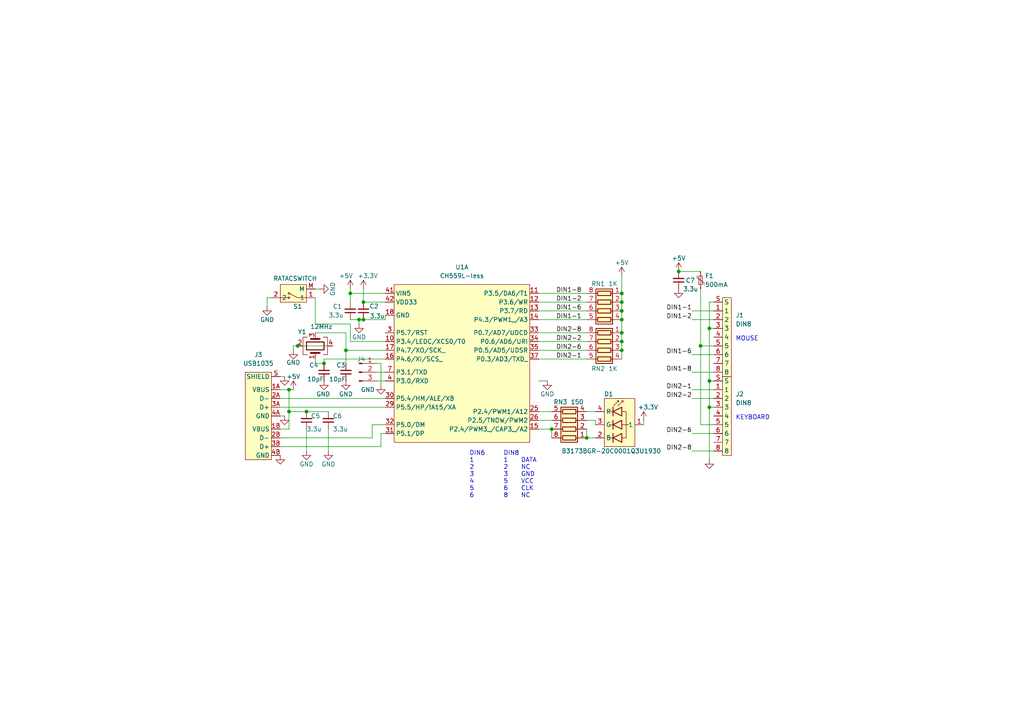
<source format=kicad_sch>
(kicad_sch
	(version 20231120)
	(generator "eeschema")
	(generator_version "8.0")
	(uuid "67f96316-8747-4916-9786-765316f6c8fd")
	(paper "A4")
	(lib_symbols
		(symbol "Connector:Conn_01x03_Pin"
			(pin_names
				(offset 1.016) hide)
			(exclude_from_sim no)
			(in_bom yes)
			(on_board yes)
			(property "Reference" "J"
				(at 0 5.08 0)
				(effects
					(font
						(size 1.27 1.27)
					)
				)
			)
			(property "Value" "Conn_01x03_Pin"
				(at 0 -5.08 0)
				(effects
					(font
						(size 1.27 1.27)
					)
				)
			)
			(property "Footprint" ""
				(at 0 0 0)
				(effects
					(font
						(size 1.27 1.27)
					)
					(hide yes)
				)
			)
			(property "Datasheet" "~"
				(at 0 0 0)
				(effects
					(font
						(size 1.27 1.27)
					)
					(hide yes)
				)
			)
			(property "Description" "Generic connector, single row, 01x03, script generated"
				(at 0 0 0)
				(effects
					(font
						(size 1.27 1.27)
					)
					(hide yes)
				)
			)
			(property "ki_locked" ""
				(at 0 0 0)
				(effects
					(font
						(size 1.27 1.27)
					)
				)
			)
			(property "ki_keywords" "connector"
				(at 0 0 0)
				(effects
					(font
						(size 1.27 1.27)
					)
					(hide yes)
				)
			)
			(property "ki_fp_filters" "Connector*:*_1x??_*"
				(at 0 0 0)
				(effects
					(font
						(size 1.27 1.27)
					)
					(hide yes)
				)
			)
			(symbol "Conn_01x03_Pin_1_1"
				(polyline
					(pts
						(xy 1.27 -2.54) (xy 0.8636 -2.54)
					)
					(stroke
						(width 0.1524)
						(type default)
					)
					(fill
						(type none)
					)
				)
				(polyline
					(pts
						(xy 1.27 0) (xy 0.8636 0)
					)
					(stroke
						(width 0.1524)
						(type default)
					)
					(fill
						(type none)
					)
				)
				(polyline
					(pts
						(xy 1.27 2.54) (xy 0.8636 2.54)
					)
					(stroke
						(width 0.1524)
						(type default)
					)
					(fill
						(type none)
					)
				)
				(rectangle
					(start 0.8636 -2.413)
					(end 0 -2.667)
					(stroke
						(width 0.1524)
						(type default)
					)
					(fill
						(type outline)
					)
				)
				(rectangle
					(start 0.8636 0.127)
					(end 0 -0.127)
					(stroke
						(width 0.1524)
						(type default)
					)
					(fill
						(type outline)
					)
				)
				(rectangle
					(start 0.8636 2.667)
					(end 0 2.413)
					(stroke
						(width 0.1524)
						(type default)
					)
					(fill
						(type outline)
					)
				)
				(pin passive line
					(at 5.08 2.54 180)
					(length 3.81)
					(name "Pin_1"
						(effects
							(font
								(size 1.27 1.27)
							)
						)
					)
					(number "1"
						(effects
							(font
								(size 1.27 1.27)
							)
						)
					)
				)
				(pin passive line
					(at 5.08 0 180)
					(length 3.81)
					(name "Pin_2"
						(effects
							(font
								(size 1.27 1.27)
							)
						)
					)
					(number "2"
						(effects
							(font
								(size 1.27 1.27)
							)
						)
					)
				)
				(pin passive line
					(at 5.08 -2.54 180)
					(length 3.81)
					(name "Pin_3"
						(effects
							(font
								(size 1.27 1.27)
							)
						)
					)
					(number "3"
						(effects
							(font
								(size 1.27 1.27)
							)
						)
					)
				)
			)
		)
		(symbol "Device:C_Small"
			(pin_numbers hide)
			(pin_names
				(offset 0.254) hide)
			(exclude_from_sim no)
			(in_bom yes)
			(on_board yes)
			(property "Reference" "C"
				(at 0.254 1.778 0)
				(effects
					(font
						(size 1.27 1.27)
					)
					(justify left)
				)
			)
			(property "Value" "C_Small"
				(at 0.254 -2.032 0)
				(effects
					(font
						(size 1.27 1.27)
					)
					(justify left)
				)
			)
			(property "Footprint" ""
				(at 0 0 0)
				(effects
					(font
						(size 1.27 1.27)
					)
					(hide yes)
				)
			)
			(property "Datasheet" "~"
				(at 0 0 0)
				(effects
					(font
						(size 1.27 1.27)
					)
					(hide yes)
				)
			)
			(property "Description" "Unpolarized capacitor, small symbol"
				(at 0 0 0)
				(effects
					(font
						(size 1.27 1.27)
					)
					(hide yes)
				)
			)
			(property "ki_keywords" "capacitor cap"
				(at 0 0 0)
				(effects
					(font
						(size 1.27 1.27)
					)
					(hide yes)
				)
			)
			(property "ki_fp_filters" "C_*"
				(at 0 0 0)
				(effects
					(font
						(size 1.27 1.27)
					)
					(hide yes)
				)
			)
			(symbol "C_Small_0_1"
				(polyline
					(pts
						(xy -1.524 -0.508) (xy 1.524 -0.508)
					)
					(stroke
						(width 0.3302)
						(type default)
					)
					(fill
						(type none)
					)
				)
				(polyline
					(pts
						(xy -1.524 0.508) (xy 1.524 0.508)
					)
					(stroke
						(width 0.3048)
						(type default)
					)
					(fill
						(type none)
					)
				)
			)
			(symbol "C_Small_1_1"
				(pin passive line
					(at 0 2.54 270)
					(length 2.032)
					(name "~"
						(effects
							(font
								(size 1.27 1.27)
							)
						)
					)
					(number "1"
						(effects
							(font
								(size 1.27 1.27)
							)
						)
					)
				)
				(pin passive line
					(at 0 -2.54 90)
					(length 2.032)
					(name "~"
						(effects
							(font
								(size 1.27 1.27)
							)
						)
					)
					(number "2"
						(effects
							(font
								(size 1.27 1.27)
							)
						)
					)
				)
			)
		)
		(symbol "Device:Crystal_GND24"
			(pin_names
				(offset 1.016) hide)
			(exclude_from_sim no)
			(in_bom yes)
			(on_board yes)
			(property "Reference" "Y"
				(at 3.175 5.08 0)
				(effects
					(font
						(size 1.27 1.27)
					)
					(justify left)
				)
			)
			(property "Value" "Crystal_GND24"
				(at 3.175 3.175 0)
				(effects
					(font
						(size 1.27 1.27)
					)
					(justify left)
				)
			)
			(property "Footprint" ""
				(at 0 0 0)
				(effects
					(font
						(size 1.27 1.27)
					)
					(hide yes)
				)
			)
			(property "Datasheet" "~"
				(at 0 0 0)
				(effects
					(font
						(size 1.27 1.27)
					)
					(hide yes)
				)
			)
			(property "Description" "Four pin crystal, GND on pins 2 and 4"
				(at 0 0 0)
				(effects
					(font
						(size 1.27 1.27)
					)
					(hide yes)
				)
			)
			(property "ki_keywords" "quartz ceramic resonator oscillator"
				(at 0 0 0)
				(effects
					(font
						(size 1.27 1.27)
					)
					(hide yes)
				)
			)
			(property "ki_fp_filters" "Crystal*"
				(at 0 0 0)
				(effects
					(font
						(size 1.27 1.27)
					)
					(hide yes)
				)
			)
			(symbol "Crystal_GND24_0_1"
				(rectangle
					(start -1.143 2.54)
					(end 1.143 -2.54)
					(stroke
						(width 0.3048)
						(type default)
					)
					(fill
						(type none)
					)
				)
				(polyline
					(pts
						(xy -2.54 0) (xy -2.032 0)
					)
					(stroke
						(width 0)
						(type default)
					)
					(fill
						(type none)
					)
				)
				(polyline
					(pts
						(xy -2.032 -1.27) (xy -2.032 1.27)
					)
					(stroke
						(width 0.508)
						(type default)
					)
					(fill
						(type none)
					)
				)
				(polyline
					(pts
						(xy 0 -3.81) (xy 0 -3.556)
					)
					(stroke
						(width 0)
						(type default)
					)
					(fill
						(type none)
					)
				)
				(polyline
					(pts
						(xy 0 3.556) (xy 0 3.81)
					)
					(stroke
						(width 0)
						(type default)
					)
					(fill
						(type none)
					)
				)
				(polyline
					(pts
						(xy 2.032 -1.27) (xy 2.032 1.27)
					)
					(stroke
						(width 0.508)
						(type default)
					)
					(fill
						(type none)
					)
				)
				(polyline
					(pts
						(xy 2.032 0) (xy 2.54 0)
					)
					(stroke
						(width 0)
						(type default)
					)
					(fill
						(type none)
					)
				)
				(polyline
					(pts
						(xy -2.54 -2.286) (xy -2.54 -3.556) (xy 2.54 -3.556) (xy 2.54 -2.286)
					)
					(stroke
						(width 0)
						(type default)
					)
					(fill
						(type none)
					)
				)
				(polyline
					(pts
						(xy -2.54 2.286) (xy -2.54 3.556) (xy 2.54 3.556) (xy 2.54 2.286)
					)
					(stroke
						(width 0)
						(type default)
					)
					(fill
						(type none)
					)
				)
			)
			(symbol "Crystal_GND24_1_1"
				(pin passive line
					(at -3.81 0 0)
					(length 1.27)
					(name "1"
						(effects
							(font
								(size 1.27 1.27)
							)
						)
					)
					(number "1"
						(effects
							(font
								(size 1.27 1.27)
							)
						)
					)
				)
				(pin passive line
					(at 0 5.08 270)
					(length 1.27)
					(name "2"
						(effects
							(font
								(size 1.27 1.27)
							)
						)
					)
					(number "2"
						(effects
							(font
								(size 1.27 1.27)
							)
						)
					)
				)
				(pin passive line
					(at 3.81 0 180)
					(length 1.27)
					(name "3"
						(effects
							(font
								(size 1.27 1.27)
							)
						)
					)
					(number "3"
						(effects
							(font
								(size 1.27 1.27)
							)
						)
					)
				)
				(pin passive line
					(at 0 -5.08 90)
					(length 1.27)
					(name "4"
						(effects
							(font
								(size 1.27 1.27)
							)
						)
					)
					(number "4"
						(effects
							(font
								(size 1.27 1.27)
							)
						)
					)
				)
			)
		)
		(symbol "Device:Polyfuse_Small"
			(pin_numbers hide)
			(pin_names
				(offset 0)
			)
			(exclude_from_sim no)
			(in_bom yes)
			(on_board yes)
			(property "Reference" "F"
				(at -1.905 0 90)
				(effects
					(font
						(size 1.27 1.27)
					)
				)
			)
			(property "Value" "Polyfuse_Small"
				(at 1.905 0 90)
				(effects
					(font
						(size 1.27 1.27)
					)
				)
			)
			(property "Footprint" ""
				(at 1.27 -5.08 0)
				(effects
					(font
						(size 1.27 1.27)
					)
					(justify left)
					(hide yes)
				)
			)
			(property "Datasheet" "~"
				(at 0 0 0)
				(effects
					(font
						(size 1.27 1.27)
					)
					(hide yes)
				)
			)
			(property "Description" "Resettable fuse, polymeric positive temperature coefficient, small symbol"
				(at 0 0 0)
				(effects
					(font
						(size 1.27 1.27)
					)
					(hide yes)
				)
			)
			(property "ki_keywords" "resettable fuse PTC PPTC polyfuse polyswitch"
				(at 0 0 0)
				(effects
					(font
						(size 1.27 1.27)
					)
					(hide yes)
				)
			)
			(property "ki_fp_filters" "*polyfuse* *PTC*"
				(at 0 0 0)
				(effects
					(font
						(size 1.27 1.27)
					)
					(hide yes)
				)
			)
			(symbol "Polyfuse_Small_0_1"
				(rectangle
					(start -0.508 1.27)
					(end 0.508 -1.27)
					(stroke
						(width 0)
						(type default)
					)
					(fill
						(type none)
					)
				)
				(polyline
					(pts
						(xy 0 2.54) (xy 0 -2.54)
					)
					(stroke
						(width 0)
						(type default)
					)
					(fill
						(type none)
					)
				)
				(polyline
					(pts
						(xy -1.016 1.27) (xy -1.016 0.762) (xy 1.016 -0.762) (xy 1.016 -1.27)
					)
					(stroke
						(width 0)
						(type default)
					)
					(fill
						(type none)
					)
				)
			)
			(symbol "Polyfuse_Small_1_1"
				(pin passive line
					(at 0 2.54 270)
					(length 0.635)
					(name "~"
						(effects
							(font
								(size 1.27 1.27)
							)
						)
					)
					(number "1"
						(effects
							(font
								(size 1.27 1.27)
							)
						)
					)
				)
				(pin passive line
					(at 0 -2.54 90)
					(length 0.635)
					(name "~"
						(effects
							(font
								(size 1.27 1.27)
							)
						)
					)
					(number "2"
						(effects
							(font
								(size 1.27 1.27)
							)
						)
					)
				)
			)
		)
		(symbol "Device:R_Pack04"
			(pin_names
				(offset 0) hide)
			(exclude_from_sim no)
			(in_bom yes)
			(on_board yes)
			(property "Reference" "RN"
				(at -7.62 0 90)
				(effects
					(font
						(size 1.27 1.27)
					)
				)
			)
			(property "Value" "R_Pack04"
				(at 5.08 0 90)
				(effects
					(font
						(size 1.27 1.27)
					)
				)
			)
			(property "Footprint" ""
				(at 6.985 0 90)
				(effects
					(font
						(size 1.27 1.27)
					)
					(hide yes)
				)
			)
			(property "Datasheet" "~"
				(at 0 0 0)
				(effects
					(font
						(size 1.27 1.27)
					)
					(hide yes)
				)
			)
			(property "Description" "4 resistor network, parallel topology"
				(at 0 0 0)
				(effects
					(font
						(size 1.27 1.27)
					)
					(hide yes)
				)
			)
			(property "ki_keywords" "R network parallel topology isolated"
				(at 0 0 0)
				(effects
					(font
						(size 1.27 1.27)
					)
					(hide yes)
				)
			)
			(property "ki_fp_filters" "DIP* SOIC* R*Array*Concave* R*Array*Convex*"
				(at 0 0 0)
				(effects
					(font
						(size 1.27 1.27)
					)
					(hide yes)
				)
			)
			(symbol "R_Pack04_0_1"
				(rectangle
					(start -6.35 -2.413)
					(end 3.81 2.413)
					(stroke
						(width 0.254)
						(type default)
					)
					(fill
						(type background)
					)
				)
				(rectangle
					(start -5.715 1.905)
					(end -4.445 -1.905)
					(stroke
						(width 0.254)
						(type default)
					)
					(fill
						(type none)
					)
				)
				(rectangle
					(start -3.175 1.905)
					(end -1.905 -1.905)
					(stroke
						(width 0.254)
						(type default)
					)
					(fill
						(type none)
					)
				)
				(rectangle
					(start -0.635 1.905)
					(end 0.635 -1.905)
					(stroke
						(width 0.254)
						(type default)
					)
					(fill
						(type none)
					)
				)
				(polyline
					(pts
						(xy -5.08 -2.54) (xy -5.08 -1.905)
					)
					(stroke
						(width 0)
						(type default)
					)
					(fill
						(type none)
					)
				)
				(polyline
					(pts
						(xy -5.08 1.905) (xy -5.08 2.54)
					)
					(stroke
						(width 0)
						(type default)
					)
					(fill
						(type none)
					)
				)
				(polyline
					(pts
						(xy -2.54 -2.54) (xy -2.54 -1.905)
					)
					(stroke
						(width 0)
						(type default)
					)
					(fill
						(type none)
					)
				)
				(polyline
					(pts
						(xy -2.54 1.905) (xy -2.54 2.54)
					)
					(stroke
						(width 0)
						(type default)
					)
					(fill
						(type none)
					)
				)
				(polyline
					(pts
						(xy 0 -2.54) (xy 0 -1.905)
					)
					(stroke
						(width 0)
						(type default)
					)
					(fill
						(type none)
					)
				)
				(polyline
					(pts
						(xy 0 1.905) (xy 0 2.54)
					)
					(stroke
						(width 0)
						(type default)
					)
					(fill
						(type none)
					)
				)
				(polyline
					(pts
						(xy 2.54 -2.54) (xy 2.54 -1.905)
					)
					(stroke
						(width 0)
						(type default)
					)
					(fill
						(type none)
					)
				)
				(polyline
					(pts
						(xy 2.54 1.905) (xy 2.54 2.54)
					)
					(stroke
						(width 0)
						(type default)
					)
					(fill
						(type none)
					)
				)
				(rectangle
					(start 1.905 1.905)
					(end 3.175 -1.905)
					(stroke
						(width 0.254)
						(type default)
					)
					(fill
						(type none)
					)
				)
			)
			(symbol "R_Pack04_1_1"
				(pin passive line
					(at -5.08 -5.08 90)
					(length 2.54)
					(name "R1.1"
						(effects
							(font
								(size 1.27 1.27)
							)
						)
					)
					(number "1"
						(effects
							(font
								(size 1.27 1.27)
							)
						)
					)
				)
				(pin passive line
					(at -2.54 -5.08 90)
					(length 2.54)
					(name "R2.1"
						(effects
							(font
								(size 1.27 1.27)
							)
						)
					)
					(number "2"
						(effects
							(font
								(size 1.27 1.27)
							)
						)
					)
				)
				(pin passive line
					(at 0 -5.08 90)
					(length 2.54)
					(name "R3.1"
						(effects
							(font
								(size 1.27 1.27)
							)
						)
					)
					(number "3"
						(effects
							(font
								(size 1.27 1.27)
							)
						)
					)
				)
				(pin passive line
					(at 2.54 -5.08 90)
					(length 2.54)
					(name "R4.1"
						(effects
							(font
								(size 1.27 1.27)
							)
						)
					)
					(number "4"
						(effects
							(font
								(size 1.27 1.27)
							)
						)
					)
				)
				(pin passive line
					(at 2.54 5.08 270)
					(length 2.54)
					(name "R4.2"
						(effects
							(font
								(size 1.27 1.27)
							)
						)
					)
					(number "5"
						(effects
							(font
								(size 1.27 1.27)
							)
						)
					)
				)
				(pin passive line
					(at 0 5.08 270)
					(length 2.54)
					(name "R3.2"
						(effects
							(font
								(size 1.27 1.27)
							)
						)
					)
					(number "6"
						(effects
							(font
								(size 1.27 1.27)
							)
						)
					)
				)
				(pin passive line
					(at -2.54 5.08 270)
					(length 2.54)
					(name "R2.2"
						(effects
							(font
								(size 1.27 1.27)
							)
						)
					)
					(number "7"
						(effects
							(font
								(size 1.27 1.27)
							)
						)
					)
				)
				(pin passive line
					(at -5.08 5.08 270)
					(length 2.54)
					(name "R1.2"
						(effects
							(font
								(size 1.27 1.27)
							)
						)
					)
					(number "8"
						(effects
							(font
								(size 1.27 1.27)
							)
						)
					)
				)
			)
		)
		(symbol "Library:DIN8"
			(exclude_from_sim no)
			(in_bom yes)
			(on_board yes)
			(property "Reference" "J"
				(at 3.81 10.16 0)
				(effects
					(font
						(size 1.27 1.27)
					)
				)
			)
			(property "Value" "DIN8"
				(at 3.81 -15.24 0)
				(effects
					(font
						(size 1.27 1.27)
					)
				)
			)
			(property "Footprint" "Library:DIN8"
				(at 0 6.35 0)
				(effects
					(font
						(size 1.27 1.27)
					)
					(hide yes)
				)
			)
			(property "Datasheet" ""
				(at 0 6.35 0)
				(effects
					(font
						(size 1.27 1.27)
					)
					(hide yes)
				)
			)
			(property "Description" ""
				(at 0 0 0)
				(effects
					(font
						(size 1.27 1.27)
					)
					(hide yes)
				)
			)
			(symbol "DIN8_0_1"
				(rectangle
					(start 2.54 8.89)
					(end 5.08 -13.97)
					(stroke
						(width 0)
						(type default)
					)
					(fill
						(type background)
					)
				)
			)
			(symbol "DIN8_1_1"
				(pin passive line
					(at 0 5.08 0)
					(length 2.54)
					(name "1"
						(effects
							(font
								(size 1.27 1.27)
							)
						)
					)
					(number "1"
						(effects
							(font
								(size 1.27 1.27)
							)
						)
					)
				)
				(pin passive line
					(at 0 2.54 0)
					(length 2.54)
					(name "2"
						(effects
							(font
								(size 1.27 1.27)
							)
						)
					)
					(number "2"
						(effects
							(font
								(size 1.27 1.27)
							)
						)
					)
				)
				(pin passive line
					(at 0 0 0)
					(length 2.54)
					(name "3"
						(effects
							(font
								(size 1.27 1.27)
							)
						)
					)
					(number "3"
						(effects
							(font
								(size 1.27 1.27)
							)
						)
					)
				)
				(pin passive line
					(at 0 -2.54 0)
					(length 2.54)
					(name "4"
						(effects
							(font
								(size 1.27 1.27)
							)
						)
					)
					(number "4"
						(effects
							(font
								(size 1.27 1.27)
							)
						)
					)
				)
				(pin passive line
					(at 0 -5.08 0)
					(length 2.54)
					(name "5"
						(effects
							(font
								(size 1.27 1.27)
							)
						)
					)
					(number "5"
						(effects
							(font
								(size 1.27 1.27)
							)
						)
					)
				)
				(pin passive line
					(at 0 -7.62 0)
					(length 2.54)
					(name "6"
						(effects
							(font
								(size 1.27 1.27)
							)
						)
					)
					(number "6"
						(effects
							(font
								(size 1.27 1.27)
							)
						)
					)
				)
				(pin passive line
					(at 0 -10.16 0)
					(length 2.54)
					(name "7"
						(effects
							(font
								(size 1.27 1.27)
							)
						)
					)
					(number "7"
						(effects
							(font
								(size 1.27 1.27)
							)
						)
					)
				)
				(pin passive line
					(at 0 -12.7 0)
					(length 2.54)
					(name "8"
						(effects
							(font
								(size 1.27 1.27)
							)
						)
					)
					(number "8"
						(effects
							(font
								(size 1.27 1.27)
							)
						)
					)
				)
				(pin passive line
					(at 0 7.62 0)
					(length 2.54)
					(name "S"
						(effects
							(font
								(size 1.27 1.27)
							)
						)
					)
					(number "S"
						(effects
							(font
								(size 1.27 1.27)
							)
						)
					)
				)
			)
		)
		(symbol "power:+3.3V"
			(power)
			(pin_names
				(offset 0)
			)
			(exclude_from_sim no)
			(in_bom yes)
			(on_board yes)
			(property "Reference" "#PWR"
				(at 0 -3.81 0)
				(effects
					(font
						(size 1.27 1.27)
					)
					(hide yes)
				)
			)
			(property "Value" "+3.3V"
				(at 0 3.556 0)
				(effects
					(font
						(size 1.27 1.27)
					)
				)
			)
			(property "Footprint" ""
				(at 0 0 0)
				(effects
					(font
						(size 1.27 1.27)
					)
					(hide yes)
				)
			)
			(property "Datasheet" ""
				(at 0 0 0)
				(effects
					(font
						(size 1.27 1.27)
					)
					(hide yes)
				)
			)
			(property "Description" "Power symbol creates a global label with name \"+3.3V\""
				(at 0 0 0)
				(effects
					(font
						(size 1.27 1.27)
					)
					(hide yes)
				)
			)
			(property "ki_keywords" "power-flag"
				(at 0 0 0)
				(effects
					(font
						(size 1.27 1.27)
					)
					(hide yes)
				)
			)
			(symbol "+3.3V_0_1"
				(polyline
					(pts
						(xy -0.762 1.27) (xy 0 2.54)
					)
					(stroke
						(width 0)
						(type default)
					)
					(fill
						(type none)
					)
				)
				(polyline
					(pts
						(xy 0 0) (xy 0 2.54)
					)
					(stroke
						(width 0)
						(type default)
					)
					(fill
						(type none)
					)
				)
				(polyline
					(pts
						(xy 0 2.54) (xy 0.762 1.27)
					)
					(stroke
						(width 0)
						(type default)
					)
					(fill
						(type none)
					)
				)
			)
			(symbol "+3.3V_1_1"
				(pin power_in line
					(at 0 0 90)
					(length 0) hide
					(name "+3.3V"
						(effects
							(font
								(size 1.27 1.27)
							)
						)
					)
					(number "1"
						(effects
							(font
								(size 1.27 1.27)
							)
						)
					)
				)
			)
		)
		(symbol "power:+5V"
			(power)
			(pin_names
				(offset 0)
			)
			(exclude_from_sim no)
			(in_bom yes)
			(on_board yes)
			(property "Reference" "#PWR"
				(at 0 -3.81 0)
				(effects
					(font
						(size 1.27 1.27)
					)
					(hide yes)
				)
			)
			(property "Value" "+5V"
				(at 0 3.556 0)
				(effects
					(font
						(size 1.27 1.27)
					)
				)
			)
			(property "Footprint" ""
				(at 0 0 0)
				(effects
					(font
						(size 1.27 1.27)
					)
					(hide yes)
				)
			)
			(property "Datasheet" ""
				(at 0 0 0)
				(effects
					(font
						(size 1.27 1.27)
					)
					(hide yes)
				)
			)
			(property "Description" "Power symbol creates a global label with name \"+5V\""
				(at 0 0 0)
				(effects
					(font
						(size 1.27 1.27)
					)
					(hide yes)
				)
			)
			(property "ki_keywords" "power-flag"
				(at 0 0 0)
				(effects
					(font
						(size 1.27 1.27)
					)
					(hide yes)
				)
			)
			(symbol "+5V_0_1"
				(polyline
					(pts
						(xy -0.762 1.27) (xy 0 2.54)
					)
					(stroke
						(width 0)
						(type default)
					)
					(fill
						(type none)
					)
				)
				(polyline
					(pts
						(xy 0 0) (xy 0 2.54)
					)
					(stroke
						(width 0)
						(type default)
					)
					(fill
						(type none)
					)
				)
				(polyline
					(pts
						(xy 0 2.54) (xy 0.762 1.27)
					)
					(stroke
						(width 0)
						(type default)
					)
					(fill
						(type none)
					)
				)
			)
			(symbol "+5V_1_1"
				(pin power_in line
					(at 0 0 90)
					(length 0) hide
					(name "+5V"
						(effects
							(font
								(size 1.27 1.27)
							)
						)
					)
					(number "1"
						(effects
							(font
								(size 1.27 1.27)
							)
						)
					)
				)
			)
		)
		(symbol "power:GND"
			(power)
			(pin_names
				(offset 0)
			)
			(exclude_from_sim no)
			(in_bom yes)
			(on_board yes)
			(property "Reference" "#PWR"
				(at 0 -6.35 0)
				(effects
					(font
						(size 1.27 1.27)
					)
					(hide yes)
				)
			)
			(property "Value" "GND"
				(at 0 -3.81 0)
				(effects
					(font
						(size 1.27 1.27)
					)
				)
			)
			(property "Footprint" ""
				(at 0 0 0)
				(effects
					(font
						(size 1.27 1.27)
					)
					(hide yes)
				)
			)
			(property "Datasheet" ""
				(at 0 0 0)
				(effects
					(font
						(size 1.27 1.27)
					)
					(hide yes)
				)
			)
			(property "Description" "Power symbol creates a global label with name \"GND\" , ground"
				(at 0 0 0)
				(effects
					(font
						(size 1.27 1.27)
					)
					(hide yes)
				)
			)
			(property "ki_keywords" "power-flag"
				(at 0 0 0)
				(effects
					(font
						(size 1.27 1.27)
					)
					(hide yes)
				)
			)
			(symbol "GND_0_1"
				(polyline
					(pts
						(xy 0 0) (xy 0 -1.27) (xy 1.27 -1.27) (xy 0 -2.54) (xy -1.27 -1.27) (xy 0 -1.27)
					)
					(stroke
						(width 0)
						(type default)
					)
					(fill
						(type none)
					)
				)
			)
			(symbol "GND_1_1"
				(pin power_in line
					(at 0 0 270)
					(length 0) hide
					(name "GND"
						(effects
							(font
								(size 1.27 1.27)
							)
						)
					)
					(number "1"
						(effects
							(font
								(size 1.27 1.27)
							)
						)
					)
				)
			)
		)
		(symbol "ps2usb:B3173BGR-20C0001Q3U1930"
			(exclude_from_sim no)
			(in_bom yes)
			(on_board yes)
			(property "Reference" "D"
				(at 0 -8.89 0)
				(effects
					(font
						(size 1.27 1.27)
					)
				)
			)
			(property "Value" "B3173BGR-20C0001Q3U1930"
				(at 0 7.62 0)
				(effects
					(font
						(size 1.27 1.27)
					)
				)
			)
			(property "Footprint" ""
				(at 0 7.62 0)
				(effects
					(font
						(size 1.27 1.27)
					)
					(hide yes)
				)
			)
			(property "Datasheet" ""
				(at 0 7.62 0)
				(effects
					(font
						(size 1.27 1.27)
					)
					(hide yes)
				)
			)
			(property "Description" ""
				(at 0 0 0)
				(effects
					(font
						(size 1.27 1.27)
					)
					(hide yes)
				)
			)
			(symbol "B3173BGR-20C0001Q3U1930_0_1"
				(rectangle
					(start -3.81 6.35)
					(end 5.08 -7.62)
					(stroke
						(width 0)
						(type default)
					)
					(fill
						(type background)
					)
				)
				(polyline
					(pts
						(xy -1.27 -5.08) (xy -2.032 -5.08)
					)
					(stroke
						(width 0)
						(type default)
					)
					(fill
						(type none)
					)
				)
				(polyline
					(pts
						(xy -1.27 -3.81) (xy -1.27 -6.35)
					)
					(stroke
						(width 0.254)
						(type default)
					)
					(fill
						(type none)
					)
				)
				(polyline
					(pts
						(xy -1.27 -1.27) (xy -2.032 -1.27)
					)
					(stroke
						(width 0)
						(type default)
					)
					(fill
						(type none)
					)
				)
				(polyline
					(pts
						(xy -1.27 0) (xy -1.27 -2.54)
					)
					(stroke
						(width 0.254)
						(type default)
					)
					(fill
						(type none)
					)
				)
				(polyline
					(pts
						(xy -1.27 2.54) (xy -2.032 2.54)
					)
					(stroke
						(width 0)
						(type default)
					)
					(fill
						(type none)
					)
				)
				(polyline
					(pts
						(xy -1.27 3.81) (xy -1.27 1.27)
					)
					(stroke
						(width 0.254)
						(type default)
					)
					(fill
						(type none)
					)
				)
				(polyline
					(pts
						(xy 1.651 5.715) (xy 1.143 5.715)
					)
					(stroke
						(width 0)
						(type default)
					)
					(fill
						(type none)
					)
				)
				(polyline
					(pts
						(xy 2.54 -1.27) (xy 1.27 -1.27)
					)
					(stroke
						(width 0)
						(type default)
					)
					(fill
						(type none)
					)
				)
				(polyline
					(pts
						(xy 2.54 -1.27) (xy 3.302 -1.27)
					)
					(stroke
						(width 0)
						(type default)
					)
					(fill
						(type none)
					)
				)
				(polyline
					(pts
						(xy 0.127 4.191) (xy 1.651 5.715) (xy 1.651 5.207)
					)
					(stroke
						(width 0)
						(type default)
					)
					(fill
						(type none)
					)
				)
				(polyline
					(pts
						(xy 2.54 -1.27) (xy 2.54 -5.08) (xy 1.27 -5.08)
					)
					(stroke
						(width 0)
						(type default)
					)
					(fill
						(type none)
					)
				)
				(polyline
					(pts
						(xy 2.54 -1.27) (xy 2.54 2.54) (xy 1.27 2.54)
					)
					(stroke
						(width 0)
						(type default)
					)
					(fill
						(type none)
					)
				)
				(polyline
					(pts
						(xy 1.27 -6.35) (xy 1.27 -3.81) (xy -1.27 -5.08) (xy 1.27 -6.35)
					)
					(stroke
						(width 0.254)
						(type default)
					)
					(fill
						(type none)
					)
				)
				(polyline
					(pts
						(xy 1.27 -2.54) (xy 1.27 0) (xy -1.27 -1.27) (xy 1.27 -2.54)
					)
					(stroke
						(width 0.254)
						(type default)
					)
					(fill
						(type none)
					)
				)
				(polyline
					(pts
						(xy 1.27 1.27) (xy 1.27 3.81) (xy -1.27 2.54) (xy 1.27 1.27)
					)
					(stroke
						(width 0.254)
						(type default)
					)
					(fill
						(type none)
					)
				)
				(polyline
					(pts
						(xy -1.143 4.191) (xy 0.381 5.715) (xy 0.381 5.207) (xy 0.381 5.715) (xy -0.127 5.715)
					)
					(stroke
						(width 0)
						(type default)
					)
					(fill
						(type none)
					)
				)
			)
			(symbol "B3173BGR-20C0001Q3U1930_1_1"
				(pin passive line
					(at 7.62 -1.27 180)
					(length 2.54)
					(name "1"
						(effects
							(font
								(size 1.27 1.27)
							)
						)
					)
					(number "1"
						(effects
							(font
								(size 1.27 1.27)
							)
						)
					)
				)
				(pin passive line
					(at -6.35 -5.08 0)
					(length 2.54)
					(name "B"
						(effects
							(font
								(size 1.27 1.27)
							)
						)
					)
					(number "2"
						(effects
							(font
								(size 1.27 1.27)
							)
						)
					)
				)
				(pin passive line
					(at -6.35 -1.27 0)
					(length 2.54)
					(name "G"
						(effects
							(font
								(size 1.27 1.27)
							)
						)
					)
					(number "3"
						(effects
							(font
								(size 1.27 1.27)
							)
						)
					)
				)
				(pin passive line
					(at -6.35 2.54 0)
					(length 2.54)
					(name "R"
						(effects
							(font
								(size 1.27 1.27)
							)
						)
					)
					(number "4"
						(effects
							(font
								(size 1.27 1.27)
							)
						)
					)
				)
			)
		)
		(symbol "ps2usb:CH559L-less"
			(exclude_from_sim no)
			(in_bom yes)
			(on_board yes)
			(property "Reference" "U1"
				(at 5.715 20.32 0)
				(effects
					(font
						(size 1.27 1.27)
					)
				)
			)
			(property "Value" "CH559L-less"
				(at 5.715 17.78 0)
				(effects
					(font
						(size 1.27 1.27)
					)
				)
			)
			(property "Footprint" "HIDmanLibrary:QFP-12x12_14x14_Pitch0.5mm"
				(at 2.54 -36.83 0)
				(effects
					(font
						(size 1.27 1.27)
					)
					(hide yes)
				)
			)
			(property "Datasheet" ""
				(at -3.81 20.32 0)
				(effects
					(font
						(size 1.27 1.27)
					)
					(hide yes)
				)
			)
			(property "Description" ""
				(at 0 -1.27 0)
				(effects
					(font
						(size 1.27 1.27)
					)
					(hide yes)
				)
			)
			(symbol "CH559L-less_1_1"
				(rectangle
					(start -13.97 15.24)
					(end 25.4 -30.48)
					(stroke
						(width 0)
						(type default)
					)
					(fill
						(type background)
					)
				)
				(pin passive line
					(at -16.51 -1.27 0)
					(length 2.54)
					(name "P3.4/LEDC/XCS0/T0"
						(effects
							(font
								(size 1.27 1.27)
							)
						)
					)
					(number "10"
						(effects
							(font
								(size 1.27 1.27)
							)
						)
					)
				)
				(pin passive line
					(at 27.94 12.7 180)
					(length 2.54)
					(name "P3.5/DA6/T1"
						(effects
							(font
								(size 1.27 1.27)
							)
						)
					)
					(number "11"
						(effects
							(font
								(size 1.27 1.27)
							)
						)
					)
				)
				(pin passive line
					(at 27.94 10.16 180)
					(length 2.54)
					(name "P3.6/WR"
						(effects
							(font
								(size 1.27 1.27)
							)
						)
					)
					(number "12"
						(effects
							(font
								(size 1.27 1.27)
							)
						)
					)
				)
				(pin passive line
					(at 27.94 7.62 180)
					(length 2.54)
					(name "P3.7/RD"
						(effects
							(font
								(size 1.27 1.27)
							)
						)
					)
					(number "13"
						(effects
							(font
								(size 1.27 1.27)
							)
						)
					)
				)
				(pin passive line
					(at 27.94 5.08 180)
					(length 2.54)
					(name "P4.3/PWM1_/A3"
						(effects
							(font
								(size 1.27 1.27)
							)
						)
					)
					(number "14"
						(effects
							(font
								(size 1.27 1.27)
							)
						)
					)
				)
				(pin passive line
					(at 27.94 -26.67 180)
					(length 2.54)
					(name "P2.4/PWM3_/CAP3_/A2"
						(effects
							(font
								(size 1.27 1.27)
							)
						)
					)
					(number "15"
						(effects
							(font
								(size 1.27 1.27)
							)
						)
					)
				)
				(pin passive line
					(at -16.51 -6.35 0)
					(length 2.54)
					(name "P4.6/XI/SCS_"
						(effects
							(font
								(size 1.27 1.27)
							)
						)
					)
					(number "16"
						(effects
							(font
								(size 1.27 1.27)
							)
						)
					)
				)
				(pin passive line
					(at -16.51 -3.81 0)
					(length 2.54)
					(name "P4.7/XO/SCK_"
						(effects
							(font
								(size 1.27 1.27)
							)
						)
					)
					(number "17"
						(effects
							(font
								(size 1.27 1.27)
							)
						)
					)
				)
				(pin passive line
					(at -16.51 6.35 0)
					(length 2.54)
					(name "GND"
						(effects
							(font
								(size 1.27 1.27)
							)
						)
					)
					(number "18"
						(effects
							(font
								(size 1.27 1.27)
							)
						)
					)
				)
				(pin passive line
					(at 27.94 -12.7 180)
					(length 2.54) hide
					(name "P4.0/A0/RXD1_"
						(effects
							(font
								(size 1.27 1.27)
							)
						)
					)
					(number "20"
						(effects
							(font
								(size 1.27 1.27)
							)
						)
					)
				)
				(pin passive line
					(at 27.94 -21.59 180)
					(length 2.54)
					(name "P2.4/PWM1/A12"
						(effects
							(font
								(size 1.27 1.27)
							)
						)
					)
					(number "25"
						(effects
							(font
								(size 1.27 1.27)
							)
						)
					)
				)
				(pin passive line
					(at 27.94 -24.13 180)
					(length 2.54)
					(name "P2.5/TNOW/PWM2"
						(effects
							(font
								(size 1.27 1.27)
							)
						)
					)
					(number "26"
						(effects
							(font
								(size 1.27 1.27)
							)
						)
					)
				)
				(pin passive line
					(at -16.51 -20.32 0)
					(length 2.54)
					(name "P5.5/HP/!A15/XA"
						(effects
							(font
								(size 1.27 1.27)
							)
						)
					)
					(number "29"
						(effects
							(font
								(size 1.27 1.27)
							)
						)
					)
				)
				(pin passive line
					(at -16.51 1.27 0)
					(length 2.54)
					(name "P5.7/RST"
						(effects
							(font
								(size 1.27 1.27)
							)
						)
					)
					(number "3"
						(effects
							(font
								(size 1.27 1.27)
							)
						)
					)
				)
				(pin passive line
					(at -16.51 -17.78 0)
					(length 2.54)
					(name "P5.4/HM/ALE/XB"
						(effects
							(font
								(size 1.27 1.27)
							)
						)
					)
					(number "30"
						(effects
							(font
								(size 1.27 1.27)
							)
						)
					)
				)
				(pin passive line
					(at -16.51 -27.94 0)
					(length 2.54)
					(name "P5.1/DP"
						(effects
							(font
								(size 1.27 1.27)
							)
						)
					)
					(number "31"
						(effects
							(font
								(size 1.27 1.27)
							)
						)
					)
				)
				(pin passive line
					(at -16.51 -25.4 0)
					(length 2.54)
					(name "P5.0/DM"
						(effects
							(font
								(size 1.27 1.27)
							)
						)
					)
					(number "32"
						(effects
							(font
								(size 1.27 1.27)
							)
						)
					)
				)
				(pin passive line
					(at 27.94 1.27 180)
					(length 2.54)
					(name "P0.7/AD7/UDCD"
						(effects
							(font
								(size 1.27 1.27)
							)
						)
					)
					(number "33"
						(effects
							(font
								(size 1.27 1.27)
							)
						)
					)
				)
				(pin passive line
					(at 27.94 -1.27 180)
					(length 2.54)
					(name "P0.6/AD6/URI"
						(effects
							(font
								(size 1.27 1.27)
							)
						)
					)
					(number "34"
						(effects
							(font
								(size 1.27 1.27)
							)
						)
					)
				)
				(pin passive line
					(at 27.94 -3.81 180)
					(length 2.54)
					(name "P0.5/AD5/UDSR"
						(effects
							(font
								(size 1.27 1.27)
							)
						)
					)
					(number "35"
						(effects
							(font
								(size 1.27 1.27)
							)
						)
					)
				)
				(pin passive line
					(at 27.94 -15.24 180)
					(length 2.54) hide
					(name "P0.4/AD4/UCTS"
						(effects
							(font
								(size 1.27 1.27)
							)
						)
					)
					(number "36"
						(effects
							(font
								(size 1.27 1.27)
							)
						)
					)
				)
				(pin passive line
					(at 27.94 -6.35 180)
					(length 2.54)
					(name "P0.3/AD3/TXD_"
						(effects
							(font
								(size 1.27 1.27)
							)
						)
					)
					(number "37"
						(effects
							(font
								(size 1.27 1.27)
							)
						)
					)
				)
				(pin passive line
					(at 27.94 -17.78 180)
					(length 2.54) hide
					(name "P0.1/AD1/URTS"
						(effects
							(font
								(size 1.27 1.27)
							)
						)
					)
					(number "39"
						(effects
							(font
								(size 1.27 1.27)
							)
						)
					)
				)
				(pin passive line
					(at -16.51 -12.7 0)
					(length 2.54)
					(name "P3.0/RXD"
						(effects
							(font
								(size 1.27 1.27)
							)
						)
					)
					(number "4"
						(effects
							(font
								(size 1.27 1.27)
							)
						)
					)
				)
				(pin passive line
					(at -16.51 12.7 0)
					(length 2.54)
					(name "VIN5"
						(effects
							(font
								(size 1.27 1.27)
							)
						)
					)
					(number "41"
						(effects
							(font
								(size 1.27 1.27)
							)
						)
					)
				)
				(pin passive line
					(at -16.51 10.16 0)
					(length 2.54)
					(name "VDD33"
						(effects
							(font
								(size 1.27 1.27)
							)
						)
					)
					(number "42"
						(effects
							(font
								(size 1.27 1.27)
							)
						)
					)
				)
				(pin passive line
					(at 27.94 -10.16 180)
					(length 2.54) hide
					(name "P4.4/TXD1_/A4"
						(effects
							(font
								(size 1.27 1.27)
							)
						)
					)
					(number "6"
						(effects
							(font
								(size 1.27 1.27)
							)
						)
					)
				)
				(pin passive line
					(at -16.51 -10.16 0)
					(length 2.54)
					(name "P3.1/TXD"
						(effects
							(font
								(size 1.27 1.27)
							)
						)
					)
					(number "7"
						(effects
							(font
								(size 1.27 1.27)
							)
						)
					)
				)
			)
			(symbol "CH559L-less_2_1"
				(rectangle
					(start -11.43 15.24)
					(end 17.78 -35.56)
					(stroke
						(width 0)
						(type default)
					)
					(fill
						(type background)
					)
				)
			)
		)
		(symbol "ps2usb:RATACSWITCH"
			(exclude_from_sim no)
			(in_bom yes)
			(on_board yes)
			(property "Reference" "S"
				(at -1.27 -2.54 0)
				(effects
					(font
						(size 1.27 1.27)
					)
				)
			)
			(property "Value" "RATACSWITCH"
				(at 0 5.588 0)
				(effects
					(font
						(size 1.27 1.27)
					)
				)
			)
			(property "Footprint" ""
				(at 1.27 0 0)
				(effects
					(font
						(size 1.27 1.27)
					)
					(hide yes)
				)
			)
			(property "Datasheet" ""
				(at 1.27 0 0)
				(effects
					(font
						(size 1.27 1.27)
					)
					(hide yes)
				)
			)
			(property "Description" ""
				(at 0 0 0)
				(effects
					(font
						(size 1.27 1.27)
					)
					(hide yes)
				)
			)
			(symbol "RATACSWITCH_0_1"
				(rectangle
					(start -2.54 3.81)
					(end 5.08 -1.27)
					(stroke
						(width 0)
						(type default)
					)
					(fill
						(type background)
					)
				)
				(polyline
					(pts
						(xy 0 0) (xy -2.54 0)
					)
					(stroke
						(width 0)
						(type default)
					)
					(fill
						(type none)
					)
				)
				(polyline
					(pts
						(xy 0 0) (xy 2.54 1.27)
					)
					(stroke
						(width 0)
						(type default)
					)
					(fill
						(type none)
					)
				)
				(polyline
					(pts
						(xy 5.08 0) (xy 2.54 0)
					)
					(stroke
						(width 0)
						(type default)
					)
					(fill
						(type none)
					)
				)
				(circle
					(center 2.54 0)
					(radius 0.254)
					(stroke
						(width 0)
						(type default)
					)
					(fill
						(type none)
					)
				)
				(circle
					(center 2.54 1.27)
					(radius 0.254)
					(stroke
						(width 0)
						(type default)
					)
					(fill
						(type none)
					)
				)
			)
			(symbol "RATACSWITCH_1_1"
				(pin passive line
					(at -5.08 0 0)
					(length 2.54)
					(name "1"
						(effects
							(font
								(size 1.27 1.27)
							)
						)
					)
					(number "1"
						(effects
							(font
								(size 1.27 1.27)
							)
						)
					)
				)
				(pin passive line
					(at 7.62 0 180)
					(length 2.54)
					(name "2"
						(effects
							(font
								(size 1.27 1.27)
							)
						)
					)
					(number "2"
						(effects
							(font
								(size 1.27 1.27)
							)
						)
					)
				)
				(pin passive line
					(at -5.08 2.54 0)
					(length 2.54)
					(name "M"
						(effects
							(font
								(size 1.27 1.27)
							)
						)
					)
					(number "M"
						(effects
							(font
								(size 1.27 1.27)
							)
						)
					)
				)
			)
		)
		(symbol "ps2usb:USB1035"
			(exclude_from_sim no)
			(in_bom yes)
			(on_board yes)
			(property "Reference" "J"
				(at 3.81 3.81 0)
				(effects
					(font
						(size 1.27 1.27)
					)
				)
			)
			(property "Value" "USB1035"
				(at 7.62 -24.13 0)
				(effects
					(font
						(size 1.27 1.27)
					)
				)
			)
			(property "Footprint" "Library:USB1035"
				(at 11.43 -26.67 0)
				(effects
					(font
						(size 1.27 1.27)
					)
					(hide yes)
				)
			)
			(property "Datasheet" ""
				(at 6.35 8.89 0)
				(effects
					(font
						(size 1.27 1.27)
					)
					(hide yes)
				)
			)
			(property "Description" ""
				(at 0 0 0)
				(effects
					(font
						(size 1.27 1.27)
					)
					(hide yes)
				)
			)
			(symbol "USB1035_0_1"
				(rectangle
					(start 2.54 2.54)
					(end 10.16 -22.86)
					(stroke
						(width 0)
						(type default)
					)
					(fill
						(type background)
					)
				)
			)
			(symbol "USB1035_1_1"
				(pin power_in line
					(at 0 -2.54 0)
					(length 2.54)
					(name "VBUS"
						(effects
							(font
								(size 1.27 1.27)
							)
						)
					)
					(number "1A"
						(effects
							(font
								(size 1.27 1.27)
							)
						)
					)
				)
				(pin power_in line
					(at 0 -13.97 0)
					(length 2.54)
					(name "VBUS"
						(effects
							(font
								(size 1.27 1.27)
							)
						)
					)
					(number "1B"
						(effects
							(font
								(size 1.27 1.27)
							)
						)
					)
				)
				(pin bidirectional line
					(at 0 -5.08 0)
					(length 2.54)
					(name "D-"
						(effects
							(font
								(size 1.27 1.27)
							)
						)
					)
					(number "2A"
						(effects
							(font
								(size 1.27 1.27)
							)
						)
					)
				)
				(pin bidirectional line
					(at 0 -16.51 0)
					(length 2.54)
					(name "D-"
						(effects
							(font
								(size 1.27 1.27)
							)
						)
					)
					(number "2B"
						(effects
							(font
								(size 1.27 1.27)
							)
						)
					)
				)
				(pin bidirectional line
					(at 0 -7.62 0)
					(length 2.54)
					(name "D+"
						(effects
							(font
								(size 1.27 1.27)
							)
						)
					)
					(number "3A"
						(effects
							(font
								(size 1.27 1.27)
							)
						)
					)
				)
				(pin bidirectional line
					(at 0 -19.05 0)
					(length 2.54)
					(name "D+"
						(effects
							(font
								(size 1.27 1.27)
							)
						)
					)
					(number "3B"
						(effects
							(font
								(size 1.27 1.27)
							)
						)
					)
				)
				(pin power_in line
					(at 0 -10.16 0)
					(length 2.54)
					(name "GND"
						(effects
							(font
								(size 1.27 1.27)
							)
						)
					)
					(number "4A"
						(effects
							(font
								(size 1.27 1.27)
							)
						)
					)
				)
				(pin power_in line
					(at 0 -21.59 0)
					(length 2.54)
					(name "GND"
						(effects
							(font
								(size 1.27 1.27)
							)
						)
					)
					(number "4B"
						(effects
							(font
								(size 1.27 1.27)
							)
						)
					)
				)
				(pin power_in line
					(at 0 1.27 0)
					(length 2.54)
					(name "SHIELD"
						(effects
							(font
								(size 1.27 1.27)
							)
						)
					)
					(number "S"
						(effects
							(font
								(size 1.27 1.27)
							)
						)
					)
				)
			)
		)
	)
	(junction
		(at 205.74 118.11)
		(diameter 0)
		(color 0 0 0 0)
		(uuid "034649f0-44e1-4003-a557-cb5e68d8d318")
	)
	(junction
		(at 170.18 127)
		(diameter 0)
		(color 0 0 0 0)
		(uuid "0cf60b9a-e37d-4acf-98c7-ec708a1a1e91")
	)
	(junction
		(at 196.85 78.74)
		(diameter 0)
		(color 0 0 0 0)
		(uuid "21a72fac-1000-4e56-9f7d-529b4f88e720")
	)
	(junction
		(at 160.02 124.46)
		(diameter 0)
		(color 0 0 0 0)
		(uuid "240bf307-2715-42e6-800d-e68b057ed6ee")
	)
	(junction
		(at 100.33 101.6)
		(diameter 0)
		(color 0 0 0 0)
		(uuid "4404b2d4-b31d-4024-a45c-d1238aba0d2d")
	)
	(junction
		(at 104.14 92.71)
		(diameter 0)
		(color 0 0 0 0)
		(uuid "48223a4c-3474-4deb-bd27-fc4001d2b92b")
	)
	(junction
		(at 88.9 119.38)
		(diameter 0)
		(color 0 0 0 0)
		(uuid "4a4dade3-491f-4a13-bc4d-05a1ae224782")
	)
	(junction
		(at 101.6 85.09)
		(diameter 0)
		(color 0 0 0 0)
		(uuid "4d9413d3-c610-46c6-8fe3-1cab86670fd0")
	)
	(junction
		(at 180.34 85.09)
		(diameter 0)
		(color 0 0 0 0)
		(uuid "4f743d53-f0b7-463e-bc04-f15c2bcddbe9")
	)
	(junction
		(at 180.34 96.52)
		(diameter 0)
		(color 0 0 0 0)
		(uuid "503709c3-b2a1-4120-b23b-c6f06f103107")
	)
	(junction
		(at 105.41 87.63)
		(diameter 0)
		(color 0 0 0 0)
		(uuid "5d719ac5-ccf0-46c5-861f-4aee032059e5")
	)
	(junction
		(at 83.82 119.38)
		(diameter 0)
		(color 0 0 0 0)
		(uuid "5ddc3921-c264-4077-9c1f-d9cff6b0f9c5")
	)
	(junction
		(at 205.74 95.25)
		(diameter 0)
		(color 0 0 0 0)
		(uuid "5ef67243-8640-4362-afc4-19538e5dcffb")
	)
	(junction
		(at 86.36 100.33)
		(diameter 0)
		(color 0 0 0 0)
		(uuid "83fd5362-8611-4673-adb1-5e568d3ee1c8")
	)
	(junction
		(at 180.34 101.6)
		(diameter 0)
		(color 0 0 0 0)
		(uuid "a0f61e4d-4f53-4c6d-bbea-36da5dc88dfa")
	)
	(junction
		(at 180.34 90.17)
		(diameter 0)
		(color 0 0 0 0)
		(uuid "a40876d7-8ace-48a5-a9f1-2f24e2a381d7")
	)
	(junction
		(at 93.98 105.41)
		(diameter 0)
		(color 0 0 0 0)
		(uuid "a5cbe0d2-4e9b-40e2-a425-5d3bda086489")
	)
	(junction
		(at 203.2 100.33)
		(diameter 0)
		(color 0 0 0 0)
		(uuid "c66f6e89-dc0c-40e7-9826-dd5e0386957f")
	)
	(junction
		(at 180.34 87.63)
		(diameter 0)
		(color 0 0 0 0)
		(uuid "cc721d09-67d8-49a0-964c-d4f0093bb0d8")
	)
	(junction
		(at 205.74 110.49)
		(diameter 0)
		(color 0 0 0 0)
		(uuid "d0749bfb-3632-4f4b-861b-447c83719529")
	)
	(junction
		(at 105.41 92.71)
		(diameter 0)
		(color 0 0 0 0)
		(uuid "d625fbc2-5386-499e-9c8e-b6291aa28785")
	)
	(junction
		(at 180.34 99.06)
		(diameter 0)
		(color 0 0 0 0)
		(uuid "ea5b79bf-c27e-498a-ae54-54bf0b065292")
	)
	(junction
		(at 83.82 113.03)
		(diameter 0)
		(color 0 0 0 0)
		(uuid "f049391a-a66b-4a30-a029-f50150d43ca8")
	)
	(junction
		(at 180.34 92.71)
		(diameter 0)
		(color 0 0 0 0)
		(uuid "f5cc7f38-9b1a-4dcf-9792-26704d5eb34e")
	)
	(wire
		(pts
			(xy 101.6 85.09) (xy 111.76 85.09)
		)
		(stroke
			(width 0)
			(type default)
		)
		(uuid "02b3c833-5bfa-4efc-806b-21fb37f26641")
	)
	(wire
		(pts
			(xy 186.69 121.92) (xy 186.69 123.19)
		)
		(stroke
			(width 0)
			(type default)
		)
		(uuid "07010124-f173-4966-839f-aa9077e6b04c")
	)
	(wire
		(pts
			(xy 83.82 119.38) (xy 83.82 124.46)
		)
		(stroke
			(width 0)
			(type default)
		)
		(uuid "07aeb84e-32f6-473d-ba39-853b371b994e")
	)
	(wire
		(pts
			(xy 180.34 92.71) (xy 180.34 96.52)
		)
		(stroke
			(width 0)
			(type default)
		)
		(uuid "07ead315-8874-4ed1-9c57-5e9dc03e60cd")
	)
	(wire
		(pts
			(xy 207.01 87.63) (xy 205.74 87.63)
		)
		(stroke
			(width 0)
			(type default)
		)
		(uuid "09b00ecc-d9f2-4841-8868-9d863b78c07f")
	)
	(wire
		(pts
			(xy 196.85 78.74) (xy 203.2 78.74)
		)
		(stroke
			(width 0)
			(type default)
		)
		(uuid "0b7caef1-0aee-4362-9258-71d64a8d8c26")
	)
	(wire
		(pts
			(xy 111.76 104.14) (xy 93.98 104.14)
		)
		(stroke
			(width 0)
			(type default)
		)
		(uuid "0bfefae9-c805-4673-ad95-254827054fbf")
	)
	(wire
		(pts
			(xy 109.22 110.49) (xy 111.76 110.49)
		)
		(stroke
			(width 0)
			(type default)
		)
		(uuid "0de626c4-6d9c-4b2e-8d7b-3fe77621b8c3")
	)
	(wire
		(pts
			(xy 85.09 100.33) (xy 86.36 100.33)
		)
		(stroke
			(width 0)
			(type default)
		)
		(uuid "120ad9cb-6fa3-40dc-9711-8386d120feb5")
	)
	(wire
		(pts
			(xy 110.49 111.76) (xy 110.49 105.41)
		)
		(stroke
			(width 0)
			(type default)
		)
		(uuid "12b08a46-cee3-483c-9567-7e4256bd8909")
	)
	(wire
		(pts
			(xy 91.44 105.41) (xy 91.44 104.14)
		)
		(stroke
			(width 0)
			(type default)
		)
		(uuid "13f6c735-a7d1-4edc-9881-f1639c81909c")
	)
	(wire
		(pts
			(xy 81.28 120.65) (xy 82.55 120.65)
		)
		(stroke
			(width 0)
			(type default)
		)
		(uuid "15b5da35-2c0a-4358-87c1-5743d4d79bc8")
	)
	(wire
		(pts
			(xy 170.18 124.46) (xy 170.18 127)
		)
		(stroke
			(width 0)
			(type default)
		)
		(uuid "17dd78a6-7a7e-4918-b662-a3bf76693da4")
	)
	(wire
		(pts
			(xy 170.18 121.92) (xy 172.72 121.92)
		)
		(stroke
			(width 0)
			(type default)
		)
		(uuid "17df8803-ac16-4efa-a4c0-a3fce7c0e5a3")
	)
	(wire
		(pts
			(xy 156.21 92.71) (xy 170.18 92.71)
		)
		(stroke
			(width 0)
			(type default)
		)
		(uuid "1af05866-3af8-413f-81e3-55027d001a31")
	)
	(wire
		(pts
			(xy 105.41 83.82) (xy 105.41 87.63)
		)
		(stroke
			(width 0)
			(type default)
		)
		(uuid "1b41d221-135b-4e12-8651-cd161785f32f")
	)
	(wire
		(pts
			(xy 156.21 121.92) (xy 160.02 121.92)
		)
		(stroke
			(width 0)
			(type default)
		)
		(uuid "1bb21ade-349b-415b-8961-cfca0dcba21f")
	)
	(wire
		(pts
			(xy 203.2 100.33) (xy 203.2 123.19)
		)
		(stroke
			(width 0)
			(type default)
		)
		(uuid "1be0f8f0-2cf0-4388-a35d-614066040033")
	)
	(wire
		(pts
			(xy 81.28 129.54) (xy 110.49 129.54)
		)
		(stroke
			(width 0)
			(type default)
		)
		(uuid "1d491f37-43a6-4f76-8f2f-005ee016ca32")
	)
	(wire
		(pts
			(xy 93.98 104.14) (xy 93.98 105.41)
		)
		(stroke
			(width 0)
			(type default)
		)
		(uuid "1d847c5e-6361-4e2e-b22b-7800c929bbfa")
	)
	(wire
		(pts
			(xy 91.44 93.98) (xy 91.44 86.36)
		)
		(stroke
			(width 0)
			(type default)
		)
		(uuid "203cbb3b-041f-4b4e-919c-626239f11651")
	)
	(wire
		(pts
			(xy 101.6 85.09) (xy 101.6 87.63)
		)
		(stroke
			(width 0)
			(type default)
		)
		(uuid "23d8eba2-78da-465d-9c62-5f5f1c82472a")
	)
	(wire
		(pts
			(xy 100.33 101.6) (xy 100.33 105.41)
		)
		(stroke
			(width 0)
			(type default)
		)
		(uuid "2569c03f-aa27-4c82-85aa-87fc5d8d67bb")
	)
	(wire
		(pts
			(xy 200.66 102.87) (xy 207.01 102.87)
		)
		(stroke
			(width 0)
			(type default)
		)
		(uuid "30d83f86-baf3-48b8-b090-6a3f43c779ad")
	)
	(wire
		(pts
			(xy 207.01 118.11) (xy 205.74 118.11)
		)
		(stroke
			(width 0)
			(type default)
		)
		(uuid "323b2ecc-b7fe-4172-8480-e9acf034ccd2")
	)
	(wire
		(pts
			(xy 200.66 113.03) (xy 207.01 113.03)
		)
		(stroke
			(width 0)
			(type default)
		)
		(uuid "32844548-9128-4244-8e1f-13ac41176cc3")
	)
	(wire
		(pts
			(xy 180.34 96.52) (xy 180.34 99.06)
		)
		(stroke
			(width 0)
			(type default)
		)
		(uuid "35e956ea-700a-4029-84b8-398df857ea7f")
	)
	(wire
		(pts
			(xy 93.98 105.41) (xy 91.44 105.41)
		)
		(stroke
			(width 0)
			(type default)
		)
		(uuid "37bea88e-9e64-4c44-b398-97844a20d16f")
	)
	(wire
		(pts
			(xy 180.34 101.6) (xy 180.34 104.14)
		)
		(stroke
			(width 0)
			(type default)
		)
		(uuid "392884ae-280f-4b99-970d-2affb18d3bbe")
	)
	(wire
		(pts
			(xy 203.2 83.82) (xy 203.2 100.33)
		)
		(stroke
			(width 0)
			(type default)
		)
		(uuid "3a7cfdb3-9e15-43dd-9190-dcfe91aa21ea")
	)
	(wire
		(pts
			(xy 85.09 101.6) (xy 85.09 100.33)
		)
		(stroke
			(width 0)
			(type default)
		)
		(uuid "3c3eeb42-1f60-416f-8c74-8dc9e2403efc")
	)
	(wire
		(pts
			(xy 81.28 124.46) (xy 83.82 124.46)
		)
		(stroke
			(width 0)
			(type default)
		)
		(uuid "4539e182-0652-4a4d-bdc6-14eac40c4f60")
	)
	(wire
		(pts
			(xy 156.21 99.06) (xy 170.18 99.06)
		)
		(stroke
			(width 0)
			(type default)
		)
		(uuid "4645497c-40fa-43d6-b70a-a9db4c9b1702")
	)
	(wire
		(pts
			(xy 200.66 90.17) (xy 207.01 90.17)
		)
		(stroke
			(width 0)
			(type default)
		)
		(uuid "4c05a7f7-d366-456b-a77b-6def25a3f587")
	)
	(wire
		(pts
			(xy 207.01 110.49) (xy 205.74 110.49)
		)
		(stroke
			(width 0)
			(type default)
		)
		(uuid "4dd93d98-bb3f-4b2a-850b-2cb36b107d6f")
	)
	(wire
		(pts
			(xy 180.34 85.09) (xy 180.34 87.63)
		)
		(stroke
			(width 0)
			(type default)
		)
		(uuid "4f42c9a0-1b35-43b8-bb70-2bc85462070a")
	)
	(wire
		(pts
			(xy 207.01 123.19) (xy 203.2 123.19)
		)
		(stroke
			(width 0)
			(type default)
		)
		(uuid "50fee2dc-e638-4865-85e8-0ead28caef7f")
	)
	(wire
		(pts
			(xy 81.28 115.57) (xy 111.76 115.57)
		)
		(stroke
			(width 0)
			(type default)
		)
		(uuid "5385eb03-bacf-4802-a467-540a0f1738a8")
	)
	(wire
		(pts
			(xy 83.82 113.03) (xy 85.09 113.03)
		)
		(stroke
			(width 0)
			(type default)
		)
		(uuid "54c967f3-4377-411d-b6ab-09d9e0d99b3b")
	)
	(wire
		(pts
			(xy 91.44 96.52) (xy 100.33 96.52)
		)
		(stroke
			(width 0)
			(type default)
		)
		(uuid "5a5a78f0-f5f4-43e8-b70e-a27b32f5c498")
	)
	(wire
		(pts
			(xy 110.49 105.41) (xy 109.22 105.41)
		)
		(stroke
			(width 0)
			(type default)
		)
		(uuid "5aa39889-4be0-4a2d-bdad-61a7ae09f784")
	)
	(wire
		(pts
			(xy 109.22 107.95) (xy 111.76 107.95)
		)
		(stroke
			(width 0)
			(type default)
		)
		(uuid "5bcf0b93-f681-457c-af8e-728e25571ec5")
	)
	(wire
		(pts
			(xy 77.47 86.36) (xy 77.47 88.9)
		)
		(stroke
			(width 0)
			(type default)
		)
		(uuid "5e186b6c-4960-479b-8e8f-57559340acbb")
	)
	(wire
		(pts
			(xy 156.21 87.63) (xy 170.18 87.63)
		)
		(stroke
			(width 0)
			(type default)
		)
		(uuid "62846eaa-fca8-48fc-b2cf-17c62210ef8f")
	)
	(wire
		(pts
			(xy 101.6 92.71) (xy 104.14 92.71)
		)
		(stroke
			(width 0)
			(type default)
		)
		(uuid "648e7b9d-d71a-47a8-a251-f57842a19d7e")
	)
	(wire
		(pts
			(xy 110.49 129.54) (xy 110.49 125.73)
		)
		(stroke
			(width 0)
			(type default)
		)
		(uuid "65a3cb1c-309b-4329-a472-6ae5a7c2b812")
	)
	(wire
		(pts
			(xy 105.41 87.63) (xy 111.76 87.63)
		)
		(stroke
			(width 0)
			(type default)
		)
		(uuid "663ce556-b079-4d53-b0c6-aa08198deb3e")
	)
	(wire
		(pts
			(xy 88.9 130.81) (xy 88.9 124.46)
		)
		(stroke
			(width 0)
			(type default)
		)
		(uuid "67637f8c-17ad-4379-92cb-3e473de603c8")
	)
	(wire
		(pts
			(xy 205.74 110.49) (xy 205.74 118.11)
		)
		(stroke
			(width 0)
			(type default)
		)
		(uuid "68969478-9924-4c90-8883-a925b419e393")
	)
	(wire
		(pts
			(xy 101.6 93.98) (xy 91.44 93.98)
		)
		(stroke
			(width 0)
			(type default)
		)
		(uuid "6be97b6c-e262-49d7-b14e-44042f9bbd16")
	)
	(wire
		(pts
			(xy 111.76 92.71) (xy 105.41 92.71)
		)
		(stroke
			(width 0)
			(type default)
		)
		(uuid "6e6443cf-c1b3-45b0-85f1-08b5ae1b7a12")
	)
	(wire
		(pts
			(xy 156.21 124.46) (xy 160.02 124.46)
		)
		(stroke
			(width 0)
			(type default)
		)
		(uuid "701bccff-15b0-44f3-bfbd-2aea06d16204")
	)
	(wire
		(pts
			(xy 100.33 96.52) (xy 100.33 101.6)
		)
		(stroke
			(width 0)
			(type default)
		)
		(uuid "74c23804-7e8d-4d30-aefe-91d799622d71")
	)
	(wire
		(pts
			(xy 105.41 92.71) (xy 104.14 92.71)
		)
		(stroke
			(width 0)
			(type default)
		)
		(uuid "78c3bc42-c343-44e8-b06a-7b0382f91f76")
	)
	(wire
		(pts
			(xy 180.34 99.06) (xy 180.34 101.6)
		)
		(stroke
			(width 0)
			(type default)
		)
		(uuid "7b490ff0-dc1b-45ed-a552-7d9380e694fd")
	)
	(wire
		(pts
			(xy 78.74 86.36) (xy 77.47 86.36)
		)
		(stroke
			(width 0)
			(type default)
		)
		(uuid "7c045cd6-53ff-4bd8-94e0-a8e243f50168")
	)
	(wire
		(pts
			(xy 83.82 119.38) (xy 88.9 119.38)
		)
		(stroke
			(width 0)
			(type default)
		)
		(uuid "7ead521b-ad56-4a03-a177-3c5bc24047fa")
	)
	(wire
		(pts
			(xy 200.66 92.71) (xy 207.01 92.71)
		)
		(stroke
			(width 0)
			(type default)
		)
		(uuid "7f9a1f54-4a79-4eb5-8f5d-fbecfbc85244")
	)
	(wire
		(pts
			(xy 83.82 113.03) (xy 83.82 119.38)
		)
		(stroke
			(width 0)
			(type default)
		)
		(uuid "802801e3-d81c-4e29-8fd3-59e4d1a43e7d")
	)
	(wire
		(pts
			(xy 170.18 119.38) (xy 172.72 119.38)
		)
		(stroke
			(width 0)
			(type default)
		)
		(uuid "823a38b0-01f3-496b-9eb7-c4974b1327b0")
	)
	(wire
		(pts
			(xy 200.66 130.81) (xy 207.01 130.81)
		)
		(stroke
			(width 0)
			(type default)
		)
		(uuid "8c970b38-1532-416f-87a3-7b0f7d9ecd47")
	)
	(wire
		(pts
			(xy 180.34 80.01) (xy 180.34 85.09)
		)
		(stroke
			(width 0)
			(type default)
		)
		(uuid "900fa840-5483-413d-af2c-d76577a475c9")
	)
	(wire
		(pts
			(xy 156.21 110.49) (xy 158.75 110.49)
		)
		(stroke
			(width 0)
			(type default)
		)
		(uuid "9272cf77-9de3-4fb7-8c10-d22a5fd04555")
	)
	(wire
		(pts
			(xy 170.18 127) (xy 172.72 127)
		)
		(stroke
			(width 0)
			(type default)
		)
		(uuid "9d520d52-6481-4e00-b57b-7a259fa8ab5d")
	)
	(wire
		(pts
			(xy 88.9 119.38) (xy 95.25 119.38)
		)
		(stroke
			(width 0)
			(type default)
		)
		(uuid "9dece8de-2d98-4d86-a1e2-a8b02997b67d")
	)
	(wire
		(pts
			(xy 207.01 95.25) (xy 205.74 95.25)
		)
		(stroke
			(width 0)
			(type default)
		)
		(uuid "9e6b63b3-ace1-442e-a3f7-3b813aa72799")
	)
	(wire
		(pts
			(xy 205.74 118.11) (xy 205.74 133.35)
		)
		(stroke
			(width 0)
			(type default)
		)
		(uuid "9ece1ba1-793c-45d2-9597-be520900c2a4")
	)
	(wire
		(pts
			(xy 200.66 107.95) (xy 207.01 107.95)
		)
		(stroke
			(width 0)
			(type default)
		)
		(uuid "9f5f56f3-ec0f-46ca-a77d-12732477ea3b")
	)
	(wire
		(pts
			(xy 180.34 92.71) (xy 180.34 90.17)
		)
		(stroke
			(width 0)
			(type default)
		)
		(uuid "a078f7ca-23ff-4aeb-a1d2-bd288c164c3e")
	)
	(wire
		(pts
			(xy 110.49 125.73) (xy 111.76 125.73)
		)
		(stroke
			(width 0)
			(type default)
		)
		(uuid "a873f5d5-9d61-45c3-9806-769b9c921d1f")
	)
	(wire
		(pts
			(xy 180.34 87.63) (xy 180.34 90.17)
		)
		(stroke
			(width 0)
			(type default)
		)
		(uuid "a93864b5-d8dc-4b75-832a-5db43feff48f")
	)
	(wire
		(pts
			(xy 101.6 83.82) (xy 101.6 85.09)
		)
		(stroke
			(width 0)
			(type default)
		)
		(uuid "aa2e21e7-8216-41dd-ae74-ae9fc62979f9")
	)
	(wire
		(pts
			(xy 107.95 123.19) (xy 107.95 127)
		)
		(stroke
			(width 0)
			(type default)
		)
		(uuid "ac066c8c-f721-44e0-9988-7c426cc797e9")
	)
	(wire
		(pts
			(xy 81.28 113.03) (xy 83.82 113.03)
		)
		(stroke
			(width 0)
			(type default)
		)
		(uuid "ac6eb2c7-34bd-4743-85be-84c100a29c31")
	)
	(wire
		(pts
			(xy 81.28 118.11) (xy 111.76 118.11)
		)
		(stroke
			(width 0)
			(type default)
		)
		(uuid "b2301fca-6b24-4a8a-af37-9f96916f5ae7")
	)
	(wire
		(pts
			(xy 101.6 99.06) (xy 101.6 93.98)
		)
		(stroke
			(width 0)
			(type default)
		)
		(uuid "b9703ed2-31b4-4232-a18a-19e7b556364d")
	)
	(wire
		(pts
			(xy 207.01 100.33) (xy 203.2 100.33)
		)
		(stroke
			(width 0)
			(type default)
		)
		(uuid "bd30b837-b315-480e-a757-74d2f0a9f7ad")
	)
	(wire
		(pts
			(xy 111.76 91.44) (xy 111.76 92.71)
		)
		(stroke
			(width 0)
			(type default)
		)
		(uuid "c1e1fbac-dd20-4665-99e5-bb3426e9c4ed")
	)
	(wire
		(pts
			(xy 156.21 104.14) (xy 170.18 104.14)
		)
		(stroke
			(width 0)
			(type default)
		)
		(uuid "c3344ad5-7722-4500-94e1-15b7fe8e9d26")
	)
	(wire
		(pts
			(xy 205.74 95.25) (xy 205.74 110.49)
		)
		(stroke
			(width 0)
			(type default)
		)
		(uuid "c86fcd8e-87ce-476c-a62f-187a86147329")
	)
	(wire
		(pts
			(xy 81.28 109.22) (xy 82.55 109.22)
		)
		(stroke
			(width 0)
			(type default)
		)
		(uuid "ca6b9f77-cf2d-4d6b-be8f-00d4fdf8fee5")
	)
	(wire
		(pts
			(xy 95.25 130.81) (xy 95.25 124.46)
		)
		(stroke
			(width 0)
			(type default)
		)
		(uuid "cf1318d5-040d-488a-8b77-f0971711ff60")
	)
	(wire
		(pts
			(xy 200.66 115.57) (xy 207.01 115.57)
		)
		(stroke
			(width 0)
			(type default)
		)
		(uuid "d47c0bc9-0122-411d-8b38-06814845e1ef")
	)
	(wire
		(pts
			(xy 91.44 83.82) (xy 92.71 83.82)
		)
		(stroke
			(width 0)
			(type default)
		)
		(uuid "d7e92f3d-c8bd-4c06-807a-1d670903db14")
	)
	(wire
		(pts
			(xy 156.21 101.6) (xy 170.18 101.6)
		)
		(stroke
			(width 0)
			(type default)
		)
		(uuid "db6d348e-6730-4ab6-b0a3-ecbfaa90b4fa")
	)
	(wire
		(pts
			(xy 156.21 119.38) (xy 160.02 119.38)
		)
		(stroke
			(width 0)
			(type default)
		)
		(uuid "e53b03b9-ad06-4792-94cb-4814cdf34222")
	)
	(wire
		(pts
			(xy 205.74 87.63) (xy 205.74 95.25)
		)
		(stroke
			(width 0)
			(type default)
		)
		(uuid "e6bd2299-24f1-4e1a-b390-05f94a2fbccd")
	)
	(wire
		(pts
			(xy 100.33 101.6) (xy 111.76 101.6)
		)
		(stroke
			(width 0)
			(type default)
		)
		(uuid "e90ba168-8e36-4fb3-9dd8-725d7357e010")
	)
	(wire
		(pts
			(xy 172.72 121.92) (xy 172.72 123.19)
		)
		(stroke
			(width 0)
			(type default)
		)
		(uuid "ead84bd5-8fc9-4d31-9a5e-a9795a6094ba")
	)
	(wire
		(pts
			(xy 81.28 127) (xy 107.95 127)
		)
		(stroke
			(width 0)
			(type default)
		)
		(uuid "ebfb3ea8-3a3e-41ab-a6fa-494416d92558")
	)
	(wire
		(pts
			(xy 160.02 124.46) (xy 160.02 127)
		)
		(stroke
			(width 0)
			(type default)
		)
		(uuid "ee93a48e-4380-4499-a26b-273644e3e197")
	)
	(wire
		(pts
			(xy 86.36 100.33) (xy 96.52 100.33)
		)
		(stroke
			(width 0)
			(type default)
		)
		(uuid "ef7cccb2-d6d7-47ca-8f13-acfd8a8c2167")
	)
	(wire
		(pts
			(xy 107.95 123.19) (xy 111.76 123.19)
		)
		(stroke
			(width 0)
			(type default)
		)
		(uuid "f2cc9343-e4b9-4d86-acf1-f0f255d2e251")
	)
	(wire
		(pts
			(xy 104.14 92.71) (xy 104.14 93.98)
		)
		(stroke
			(width 0)
			(type default)
		)
		(uuid "f6daa887-0c0c-4086-a2e4-6c28a5086bdb")
	)
	(wire
		(pts
			(xy 156.21 90.17) (xy 170.18 90.17)
		)
		(stroke
			(width 0)
			(type default)
		)
		(uuid "f7767b95-49ea-423b-8503-7d7f0fe69a68")
	)
	(wire
		(pts
			(xy 200.66 125.73) (xy 207.01 125.73)
		)
		(stroke
			(width 0)
			(type default)
		)
		(uuid "f97edf81-eee2-4d41-aae1-0926271bcc1f")
	)
	(wire
		(pts
			(xy 111.76 99.06) (xy 101.6 99.06)
		)
		(stroke
			(width 0)
			(type default)
		)
		(uuid "fcfc4851-1833-41a9-a985-158c45bbd17e")
	)
	(wire
		(pts
			(xy 156.21 96.52) (xy 170.18 96.52)
		)
		(stroke
			(width 0)
			(type default)
		)
		(uuid "febae135-1901-4da9-9391-bdf389f77f4e")
	)
	(wire
		(pts
			(xy 156.21 85.09) (xy 170.18 85.09)
		)
		(stroke
			(width 0)
			(type default)
		)
		(uuid "ff88ad24-4d51-42f0-9319-72144fbb989a")
	)
	(text "DIN6	DIN8\n1		1	DATA\n2		2	NC\n3		3	GND\n4		5	VCC\n5		6	CLK\n6		8	NC"
		(exclude_from_sim no)
		(at 136.144 144.526 0)
		(effects
			(font
				(size 1.27 1.27)
			)
			(justify left bottom)
		)
		(uuid "18ba8724-9979-45b9-a932-595d7bfedfae")
	)
	(text "MOUSE"
		(exclude_from_sim no)
		(at 213.36 99.06 0)
		(effects
			(font
				(size 1.27 1.27)
			)
			(justify left bottom)
		)
		(uuid "35032a70-0b58-4246-93e6-95ffbeff05be")
	)
	(text "KEYBOARD"
		(exclude_from_sim no)
		(at 213.36 121.92 0)
		(effects
			(font
				(size 1.27 1.27)
			)
			(justify left bottom)
		)
		(uuid "98520bdd-aaaf-4923-bc40-c7bab4677676")
	)
	(label "DIN1-8"
		(at 161.29 85.09 0)
		(fields_autoplaced yes)
		(effects
			(font
				(size 1.27 1.27)
			)
			(justify left bottom)
		)
		(uuid "0802093b-71c2-49f0-840d-a9847cb2b9dc")
	)
	(label "DIN2-8"
		(at 161.29 96.52 0)
		(fields_autoplaced yes)
		(effects
			(font
				(size 1.27 1.27)
			)
			(justify left bottom)
		)
		(uuid "1f64873c-eb27-41d6-9edd-5f2b5314c288")
	)
	(label "DIN1-2"
		(at 200.66 92.71 180)
		(fields_autoplaced yes)
		(effects
			(font
				(size 1.27 1.27)
			)
			(justify right bottom)
		)
		(uuid "35e86fb7-d258-40c1-b246-86478cb24305")
	)
	(label "DIN2-6"
		(at 200.66 125.73 180)
		(fields_autoplaced yes)
		(effects
			(font
				(size 1.27 1.27)
			)
			(justify right bottom)
		)
		(uuid "3e71559e-4199-4587-ac2a-19045961ac28")
	)
	(label "DIN2-1"
		(at 161.29 104.14 0)
		(fields_autoplaced yes)
		(effects
			(font
				(size 1.27 1.27)
			)
			(justify left bottom)
		)
		(uuid "3ee40c1d-dbc9-4977-b547-a47ddba33303")
	)
	(label "DIN2-2"
		(at 200.66 115.57 180)
		(fields_autoplaced yes)
		(effects
			(font
				(size 1.27 1.27)
			)
			(justify right bottom)
		)
		(uuid "3fb32a31-7a6c-4d18-afa2-7d112f2a2873")
	)
	(label "DIN1-6"
		(at 200.66 102.87 180)
		(fields_autoplaced yes)
		(effects
			(font
				(size 1.27 1.27)
			)
			(justify right bottom)
		)
		(uuid "6d4d6d85-dd7d-4104-8d73-04e7a2ab0783")
	)
	(label "DIN2-2"
		(at 161.29 99.06 0)
		(fields_autoplaced yes)
		(effects
			(font
				(size 1.27 1.27)
			)
			(justify left bottom)
		)
		(uuid "80b828f8-b2fa-49d9-8fdc-d8df2b6bb136")
	)
	(label "DIN1-8"
		(at 200.66 107.95 180)
		(fields_autoplaced yes)
		(effects
			(font
				(size 1.27 1.27)
			)
			(justify right bottom)
		)
		(uuid "938a5cad-8c4e-4a0d-8a17-069b2bd65cff")
	)
	(label "DIN2-6"
		(at 161.29 101.6 0)
		(fields_autoplaced yes)
		(effects
			(font
				(size 1.27 1.27)
			)
			(justify left bottom)
		)
		(uuid "a130549c-1a43-4c25-a564-1538039105a8")
	)
	(label "DIN1-6"
		(at 161.29 90.17 0)
		(fields_autoplaced yes)
		(effects
			(font
				(size 1.27 1.27)
			)
			(justify left bottom)
		)
		(uuid "a7382b87-c271-41d1-9d60-791b612d5931")
	)
	(label "DIN2-1"
		(at 200.66 113.03 180)
		(fields_autoplaced yes)
		(effects
			(font
				(size 1.27 1.27)
			)
			(justify right bottom)
		)
		(uuid "afb1c53f-7a3a-4af7-b298-32b036c28231")
	)
	(label "DIN1-1"
		(at 161.29 92.71 0)
		(fields_autoplaced yes)
		(effects
			(font
				(size 1.27 1.27)
			)
			(justify left bottom)
		)
		(uuid "d3c03dc1-5d5f-4e48-af7f-053075ae3bc2")
	)
	(label "DIN2-8"
		(at 200.66 130.81 180)
		(fields_autoplaced yes)
		(effects
			(font
				(size 1.27 1.27)
			)
			(justify right bottom)
		)
		(uuid "e678b5cf-9bb8-4bb8-b8b3-ef600d73b06e")
	)
	(label "DIN1-2"
		(at 161.29 87.63 0)
		(fields_autoplaced yes)
		(effects
			(font
				(size 1.27 1.27)
			)
			(justify left bottom)
		)
		(uuid "ea1c004c-610d-451c-9a1c-a28dc952e06e")
	)
	(label "DIN1-1"
		(at 200.66 90.17 180)
		(fields_autoplaced yes)
		(effects
			(font
				(size 1.27 1.27)
			)
			(justify right bottom)
		)
		(uuid "f3e8cc76-ccec-4558-9227-cc89f0245002")
	)
	(symbol
		(lib_id "power:GND")
		(at 110.49 111.76 0)
		(unit 1)
		(exclude_from_sim no)
		(in_bom yes)
		(on_board yes)
		(dnp no)
		(uuid "0cf55dfa-eadb-428b-8796-78dddca4886c")
		(property "Reference" "#PWR09"
			(at 110.49 118.11 0)
			(effects
				(font
					(size 1.27 1.27)
				)
				(hide yes)
			)
		)
		(property "Value" "GND"
			(at 106.68 113.03 0)
			(effects
				(font
					(size 1.27 1.27)
				)
			)
		)
		(property "Footprint" ""
			(at 110.49 111.76 0)
			(effects
				(font
					(size 1.27 1.27)
				)
				(hide yes)
			)
		)
		(property "Datasheet" ""
			(at 110.49 111.76 0)
			(effects
				(font
					(size 1.27 1.27)
				)
				(hide yes)
			)
		)
		(property "Description" ""
			(at 110.49 111.76 0)
			(effects
				(font
					(size 1.27 1.27)
				)
				(hide yes)
			)
		)
		(pin "1"
			(uuid "688aaa22-6dac-4da8-9ca0-a42295a46021")
		)
		(instances
			(project "ps2usb"
				(path "/67f96316-8747-4916-9786-765316f6c8fd"
					(reference "#PWR09")
					(unit 1)
				)
			)
		)
	)
	(symbol
		(lib_id "Device:R_Pack04")
		(at 165.1 121.92 90)
		(unit 1)
		(exclude_from_sim no)
		(in_bom yes)
		(on_board yes)
		(dnp no)
		(uuid "1239f77b-1c9e-4f6d-88f0-8aa1499e3b20")
		(property "Reference" "RN3"
			(at 162.56 116.586 90)
			(effects
				(font
					(size 1.27 1.27)
				)
			)
		)
		(property "Value" "150"
			(at 167.386 116.586 90)
			(effects
				(font
					(size 1.27 1.27)
				)
			)
		)
		(property "Footprint" "Resistor_SMD:R_Array_Convex_4x0603"
			(at 165.1 114.935 90)
			(effects
				(font
					(size 1.27 1.27)
				)
				(hide yes)
			)
		)
		(property "Datasheet" "~"
			(at 165.1 121.92 0)
			(effects
				(font
					(size 1.27 1.27)
				)
				(hide yes)
			)
		)
		(property "Description" ""
			(at 165.1 121.92 0)
			(effects
				(font
					(size 1.27 1.27)
				)
				(hide yes)
			)
		)
		(pin "1"
			(uuid "3759c197-bf71-493f-bfe8-f956d9f093fd")
		)
		(pin "2"
			(uuid "fa935c51-8842-4357-a9b1-810644f19897")
		)
		(pin "3"
			(uuid "6f8d6510-e372-465b-bde3-4b2842e717b9")
		)
		(pin "4"
			(uuid "30f3db25-5cce-4a45-8218-f1ca04dec910")
		)
		(pin "5"
			(uuid "34df82b8-9668-422f-b81c-16c450b3db0b")
		)
		(pin "6"
			(uuid "caca1072-6506-442f-843c-37cf3e42a177")
		)
		(pin "7"
			(uuid "0ba4ebf8-a0cb-4763-9d80-309a8ccb2c1f")
		)
		(pin "8"
			(uuid "d030d4fa-5902-462e-acd6-d8fdead2185c")
		)
		(instances
			(project "ps2usb"
				(path "/67f96316-8747-4916-9786-765316f6c8fd"
					(reference "RN3")
					(unit 1)
				)
			)
		)
	)
	(symbol
		(lib_id "power:GND")
		(at 104.14 93.98 0)
		(unit 1)
		(exclude_from_sim no)
		(in_bom yes)
		(on_board yes)
		(dnp no)
		(uuid "135ddea3-b999-472f-af6e-f30f48140b5f")
		(property "Reference" "#PWR0106"
			(at 104.14 100.33 0)
			(effects
				(font
					(size 1.27 1.27)
				)
				(hide yes)
			)
		)
		(property "Value" "GND"
			(at 104.14 97.79 0)
			(effects
				(font
					(size 1.27 1.27)
				)
			)
		)
		(property "Footprint" ""
			(at 104.14 93.98 0)
			(effects
				(font
					(size 1.27 1.27)
				)
				(hide yes)
			)
		)
		(property "Datasheet" ""
			(at 104.14 93.98 0)
			(effects
				(font
					(size 1.27 1.27)
				)
				(hide yes)
			)
		)
		(property "Description" ""
			(at 104.14 93.98 0)
			(effects
				(font
					(size 1.27 1.27)
				)
				(hide yes)
			)
		)
		(pin "1"
			(uuid "d9e6a7fc-ae2c-454d-9c60-7ee5a34b3e18")
		)
		(instances
			(project "ps2usb"
				(path "/67f96316-8747-4916-9786-765316f6c8fd"
					(reference "#PWR0106")
					(unit 1)
				)
			)
		)
	)
	(symbol
		(lib_id "ps2usb:USB1035")
		(at 81.28 110.49 0)
		(mirror y)
		(unit 1)
		(exclude_from_sim no)
		(in_bom yes)
		(on_board yes)
		(dnp no)
		(fields_autoplaced yes)
		(uuid "137de0d6-85fc-4777-88b5-dea36d0f3da4")
		(property "Reference" "J3"
			(at 74.93 102.87 0)
			(effects
				(font
					(size 1.27 1.27)
				)
			)
		)
		(property "Value" "USB1035"
			(at 74.93 105.41 0)
			(effects
				(font
					(size 1.27 1.27)
				)
			)
		)
		(property "Footprint" "HIDmanLibrary:USB1035"
			(at 69.85 137.16 0)
			(effects
				(font
					(size 1.27 1.27)
				)
				(hide yes)
			)
		)
		(property "Datasheet" ""
			(at 74.93 101.6 0)
			(effects
				(font
					(size 1.27 1.27)
				)
				(hide yes)
			)
		)
		(property "Description" ""
			(at 81.28 110.49 0)
			(effects
				(font
					(size 1.27 1.27)
				)
				(hide yes)
			)
		)
		(pin "1A"
			(uuid "e2ca727a-7452-4478-a92b-2cbcfe0a4749")
		)
		(pin "1B"
			(uuid "97843873-a880-4e09-a06b-37a69022a1d9")
		)
		(pin "2A"
			(uuid "3fdf13ec-0026-457a-9ab7-748b1c5eb62b")
		)
		(pin "2B"
			(uuid "d8fd065e-ae8d-4645-b5ef-21fc3b2c98aa")
		)
		(pin "3A"
			(uuid "829db859-9339-4a39-afd0-1c2c1eb86936")
		)
		(pin "3B"
			(uuid "9c891ebd-7396-4ad2-acaa-76e4661be3cd")
		)
		(pin "4A"
			(uuid "0c96d642-2862-4501-bc1f-504cc6d17607")
		)
		(pin "4B"
			(uuid "6a124eaa-1809-4137-b6c0-cc06b1df5e3d")
		)
		(pin "S"
			(uuid "c4b52474-e8aa-4a8a-8db3-58bd407f9eef")
		)
		(instances
			(project "ps2usb"
				(path "/67f96316-8747-4916-9786-765316f6c8fd"
					(reference "J3")
					(unit 1)
				)
			)
		)
	)
	(symbol
		(lib_id "Device:Polyfuse_Small")
		(at 203.2 81.28 0)
		(unit 1)
		(exclude_from_sim no)
		(in_bom yes)
		(on_board yes)
		(dnp no)
		(uuid "18569b62-30a3-4df9-9029-41037c9d800e")
		(property "Reference" "F1"
			(at 204.47 80.01 0)
			(effects
				(font
					(size 1.27 1.27)
				)
				(justify left)
			)
		)
		(property "Value" "500mA"
			(at 204.47 82.55 0)
			(effects
				(font
					(size 1.27 1.27)
				)
				(justify left)
			)
		)
		(property "Footprint" "Fuse:Fuse_1206_3216Metric"
			(at 204.47 86.36 0)
			(effects
				(font
					(size 1.27 1.27)
				)
				(justify left)
				(hide yes)
			)
		)
		(property "Datasheet" "~"
			(at 203.2 81.28 0)
			(effects
				(font
					(size 1.27 1.27)
				)
				(hide yes)
			)
		)
		(property "Description" ""
			(at 203.2 81.28 0)
			(effects
				(font
					(size 1.27 1.27)
				)
				(hide yes)
			)
		)
		(pin "1"
			(uuid "80767b1f-031b-4f36-b53f-1d260da99566")
		)
		(pin "2"
			(uuid "2d55ac45-ba33-4e1d-b148-209577b05052")
		)
		(instances
			(project "ps2usb"
				(path "/67f96316-8747-4916-9786-765316f6c8fd"
					(reference "F1")
					(unit 1)
				)
			)
		)
	)
	(symbol
		(lib_id "Library:DIN8")
		(at 207.01 95.25 0)
		(unit 1)
		(exclude_from_sim no)
		(in_bom yes)
		(on_board yes)
		(dnp no)
		(uuid "1ca81363-7584-419e-944a-56c95c6ce659")
		(property "Reference" "J1"
			(at 213.36 91.44 0)
			(effects
				(font
					(size 1.27 1.27)
				)
				(justify left)
			)
		)
		(property "Value" "DIN8"
			(at 213.36 93.98 0)
			(effects
				(font
					(size 1.27 1.27)
				)
				(justify left)
			)
		)
		(property "Footprint" "ps2usb:DIN8"
			(at 207.01 88.9 0)
			(effects
				(font
					(size 1.27 1.27)
				)
				(hide yes)
			)
		)
		(property "Datasheet" ""
			(at 207.01 88.9 0)
			(effects
				(font
					(size 1.27 1.27)
				)
				(hide yes)
			)
		)
		(property "Description" ""
			(at 207.01 95.25 0)
			(effects
				(font
					(size 1.27 1.27)
				)
				(hide yes)
			)
		)
		(pin "1"
			(uuid "5c7be434-b91b-4878-bafe-e311885aab23")
		)
		(pin "2"
			(uuid "6eb004e3-656b-4b8f-85cf-cb25896c95eb")
		)
		(pin "3"
			(uuid "bfea3151-6853-4384-9bac-663706009799")
		)
		(pin "4"
			(uuid "d2c17632-79c5-4408-8e8b-fd34cc92707e")
		)
		(pin "5"
			(uuid "88e4aa13-b5e0-4fda-9428-a4547ba278e7")
		)
		(pin "6"
			(uuid "3f42f003-685e-43e8-a3c0-c7a6744ccb79")
		)
		(pin "7"
			(uuid "d6786888-7fea-4c0c-905c-0c80cc321239")
		)
		(pin "8"
			(uuid "5d99e8f8-e593-463c-b8c6-783a2802f867")
		)
		(pin "S"
			(uuid "e946561c-d783-4993-89ba-3938d3d77507")
		)
		(instances
			(project "ps2usb"
				(path "/67f96316-8747-4916-9786-765316f6c8fd"
					(reference "J1")
					(unit 1)
				)
			)
		)
	)
	(symbol
		(lib_id "power:GND")
		(at 92.71 83.82 90)
		(unit 1)
		(exclude_from_sim no)
		(in_bom yes)
		(on_board yes)
		(dnp no)
		(uuid "1d20608b-8daa-487a-89ab-245b5d568192")
		(property "Reference" "#PWR08"
			(at 99.06 83.82 0)
			(effects
				(font
					(size 1.27 1.27)
				)
				(hide yes)
			)
		)
		(property "Value" "GND"
			(at 96.52 83.82 0)
			(effects
				(font
					(size 1.27 1.27)
				)
			)
		)
		(property "Footprint" ""
			(at 92.71 83.82 0)
			(effects
				(font
					(size 1.27 1.27)
				)
				(hide yes)
			)
		)
		(property "Datasheet" ""
			(at 92.71 83.82 0)
			(effects
				(font
					(size 1.27 1.27)
				)
				(hide yes)
			)
		)
		(property "Description" ""
			(at 92.71 83.82 0)
			(effects
				(font
					(size 1.27 1.27)
				)
				(hide yes)
			)
		)
		(pin "1"
			(uuid "280b11c2-2d1d-4159-a626-027d862e7e05")
		)
		(instances
			(project "ps2usb"
				(path "/67f96316-8747-4916-9786-765316f6c8fd"
					(reference "#PWR08")
					(unit 1)
				)
			)
		)
	)
	(symbol
		(lib_id "power:GND")
		(at 93.98 110.49 0)
		(unit 1)
		(exclude_from_sim no)
		(in_bom yes)
		(on_board yes)
		(dnp no)
		(uuid "25cfb262-6b23-4056-b274-3dcd5ce798b2")
		(property "Reference" "#PWR05"
			(at 93.98 116.84 0)
			(effects
				(font
					(size 1.27 1.27)
				)
				(hide yes)
			)
		)
		(property "Value" "GND"
			(at 93.726 114.3 0)
			(effects
				(font
					(size 1.27 1.27)
				)
			)
		)
		(property "Footprint" ""
			(at 93.98 110.49 0)
			(effects
				(font
					(size 1.27 1.27)
				)
				(hide yes)
			)
		)
		(property "Datasheet" ""
			(at 93.98 110.49 0)
			(effects
				(font
					(size 1.27 1.27)
				)
				(hide yes)
			)
		)
		(property "Description" ""
			(at 93.98 110.49 0)
			(effects
				(font
					(size 1.27 1.27)
				)
				(hide yes)
			)
		)
		(pin "1"
			(uuid "e315bafe-67d1-4a81-99c5-3f4fe22e72e5")
		)
		(instances
			(project "ps2usb"
				(path "/67f96316-8747-4916-9786-765316f6c8fd"
					(reference "#PWR05")
					(unit 1)
				)
			)
		)
	)
	(symbol
		(lib_id "power:GND")
		(at 85.09 101.6 0)
		(unit 1)
		(exclude_from_sim no)
		(in_bom yes)
		(on_board yes)
		(dnp no)
		(uuid "2f4167ea-03b3-4b36-abf5-017071149587")
		(property "Reference" "#PWR07"
			(at 85.09 107.95 0)
			(effects
				(font
					(size 1.27 1.27)
				)
				(hide yes)
			)
		)
		(property "Value" "GND"
			(at 85.09 105.156 0)
			(effects
				(font
					(size 1.27 1.27)
				)
			)
		)
		(property "Footprint" ""
			(at 85.09 101.6 0)
			(effects
				(font
					(size 1.27 1.27)
				)
				(hide yes)
			)
		)
		(property "Datasheet" ""
			(at 85.09 101.6 0)
			(effects
				(font
					(size 1.27 1.27)
				)
				(hide yes)
			)
		)
		(property "Description" ""
			(at 85.09 101.6 0)
			(effects
				(font
					(size 1.27 1.27)
				)
				(hide yes)
			)
		)
		(pin "1"
			(uuid "280fe2af-6a9d-4516-a7d8-0327535d2670")
		)
		(instances
			(project "ps2usb"
				(path "/67f96316-8747-4916-9786-765316f6c8fd"
					(reference "#PWR07")
					(unit 1)
				)
			)
		)
	)
	(symbol
		(lib_id "power:GND")
		(at 82.55 120.65 0)
		(unit 1)
		(exclude_from_sim no)
		(in_bom yes)
		(on_board yes)
		(dnp no)
		(uuid "3142302c-2aa4-4c92-9e86-1a716d34011e")
		(property "Reference" "#PWR03"
			(at 82.55 127 0)
			(effects
				(font
					(size 1.27 1.27)
				)
				(hide yes)
			)
		)
		(property "Value" "GND"
			(at 86.36 121.92 0)
			(effects
				(font
					(size 1.27 1.27)
				)
				(hide yes)
			)
		)
		(property "Footprint" ""
			(at 82.55 120.65 0)
			(effects
				(font
					(size 1.27 1.27)
				)
				(hide yes)
			)
		)
		(property "Datasheet" ""
			(at 82.55 120.65 0)
			(effects
				(font
					(size 1.27 1.27)
				)
				(hide yes)
			)
		)
		(property "Description" ""
			(at 82.55 120.65 0)
			(effects
				(font
					(size 1.27 1.27)
				)
				(hide yes)
			)
		)
		(pin "1"
			(uuid "ddaf2197-e9ce-4f57-9145-876d5201202e")
		)
		(instances
			(project "ps2usb"
				(path "/67f96316-8747-4916-9786-765316f6c8fd"
					(reference "#PWR03")
					(unit 1)
				)
			)
		)
	)
	(symbol
		(lib_id "power:+5V")
		(at 101.6 83.82 0)
		(unit 1)
		(exclude_from_sim no)
		(in_bom yes)
		(on_board yes)
		(dnp no)
		(uuid "340f40cc-fcb5-4c7f-a68a-ee10d1fe4139")
		(property "Reference" "#PWR0104"
			(at 101.6 87.63 0)
			(effects
				(font
					(size 1.27 1.27)
				)
				(hide yes)
			)
		)
		(property "Value" "+5V"
			(at 100.33 80.01 0)
			(effects
				(font
					(size 1.27 1.27)
				)
			)
		)
		(property "Footprint" ""
			(at 101.6 83.82 0)
			(effects
				(font
					(size 1.27 1.27)
				)
				(hide yes)
			)
		)
		(property "Datasheet" ""
			(at 101.6 83.82 0)
			(effects
				(font
					(size 1.27 1.27)
				)
				(hide yes)
			)
		)
		(property "Description" ""
			(at 101.6 83.82 0)
			(effects
				(font
					(size 1.27 1.27)
				)
				(hide yes)
			)
		)
		(pin "1"
			(uuid "a8b6b104-3777-4142-9a75-dfa9d7ecade2")
		)
		(instances
			(project "ps2usb"
				(path "/67f96316-8747-4916-9786-765316f6c8fd"
					(reference "#PWR0104")
					(unit 1)
				)
			)
		)
	)
	(symbol
		(lib_id "power:GND")
		(at 196.85 83.82 0)
		(unit 1)
		(exclude_from_sim no)
		(in_bom yes)
		(on_board yes)
		(dnp no)
		(uuid "3651528b-602b-4313-bc76-fe9858d009fe")
		(property "Reference" "#PWR0108"
			(at 196.85 90.17 0)
			(effects
				(font
					(size 1.27 1.27)
				)
				(hide yes)
			)
		)
		(property "Value" "GND"
			(at 200.66 85.09 0)
			(effects
				(font
					(size 1.27 1.27)
				)
				(hide yes)
			)
		)
		(property "Footprint" ""
			(at 196.85 83.82 0)
			(effects
				(font
					(size 1.27 1.27)
				)
				(hide yes)
			)
		)
		(property "Datasheet" ""
			(at 196.85 83.82 0)
			(effects
				(font
					(size 1.27 1.27)
				)
				(hide yes)
			)
		)
		(property "Description" ""
			(at 196.85 83.82 0)
			(effects
				(font
					(size 1.27 1.27)
				)
				(hide yes)
			)
		)
		(pin "1"
			(uuid "8b9e9c34-bd49-436b-a1e7-abf8de698fbe")
		)
		(instances
			(project "ps2usb"
				(path "/67f96316-8747-4916-9786-765316f6c8fd"
					(reference "#PWR0108")
					(unit 1)
				)
			)
		)
	)
	(symbol
		(lib_id "power:GND")
		(at 77.47 88.9 0)
		(unit 1)
		(exclude_from_sim no)
		(in_bom yes)
		(on_board yes)
		(dnp no)
		(uuid "3817746f-d759-422a-8300-7e8e2105b51b")
		(property "Reference" "#PWR0102"
			(at 77.47 95.25 0)
			(effects
				(font
					(size 1.27 1.27)
				)
				(hide yes)
			)
		)
		(property "Value" "GND"
			(at 77.47 92.71 0)
			(effects
				(font
					(size 1.27 1.27)
				)
			)
		)
		(property "Footprint" ""
			(at 77.47 88.9 0)
			(effects
				(font
					(size 1.27 1.27)
				)
				(hide yes)
			)
		)
		(property "Datasheet" ""
			(at 77.47 88.9 0)
			(effects
				(font
					(size 1.27 1.27)
				)
				(hide yes)
			)
		)
		(property "Description" ""
			(at 77.47 88.9 0)
			(effects
				(font
					(size 1.27 1.27)
				)
				(hide yes)
			)
		)
		(pin "1"
			(uuid "39d1ed05-1b1f-474f-9441-95725953ab71")
		)
		(instances
			(project "ps2usb"
				(path "/67f96316-8747-4916-9786-765316f6c8fd"
					(reference "#PWR0102")
					(unit 1)
				)
			)
		)
	)
	(symbol
		(lib_id "power:+3.3V")
		(at 105.41 83.82 0)
		(unit 1)
		(exclude_from_sim no)
		(in_bom yes)
		(on_board yes)
		(dnp no)
		(uuid "4d89302b-c2eb-482b-9c3c-1f7237e91bbf")
		(property "Reference" "#PWR0105"
			(at 105.41 87.63 0)
			(effects
				(font
					(size 1.27 1.27)
				)
				(hide yes)
			)
		)
		(property "Value" "+3.3V"
			(at 106.68 80.01 0)
			(effects
				(font
					(size 1.27 1.27)
				)
			)
		)
		(property "Footprint" ""
			(at 105.41 83.82 0)
			(effects
				(font
					(size 1.27 1.27)
				)
				(hide yes)
			)
		)
		(property "Datasheet" ""
			(at 105.41 83.82 0)
			(effects
				(font
					(size 1.27 1.27)
				)
				(hide yes)
			)
		)
		(property "Description" ""
			(at 105.41 83.82 0)
			(effects
				(font
					(size 1.27 1.27)
				)
				(hide yes)
			)
		)
		(pin "1"
			(uuid "78e6688f-c0c0-4172-9ccb-7c0d2e8af498")
		)
		(instances
			(project "ps2usb"
				(path "/67f96316-8747-4916-9786-765316f6c8fd"
					(reference "#PWR0105")
					(unit 1)
				)
			)
		)
	)
	(symbol
		(lib_id "power:GND")
		(at 205.74 133.35 0)
		(unit 1)
		(exclude_from_sim no)
		(in_bom yes)
		(on_board yes)
		(dnp no)
		(uuid "5063695b-305b-45e9-9b59-aeb9ac250f26")
		(property "Reference" "#PWR0107"
			(at 205.74 139.7 0)
			(effects
				(font
					(size 1.27 1.27)
				)
				(hide yes)
			)
		)
		(property "Value" "GND"
			(at 209.55 134.62 0)
			(effects
				(font
					(size 1.27 1.27)
				)
				(hide yes)
			)
		)
		(property "Footprint" ""
			(at 205.74 133.35 0)
			(effects
				(font
					(size 1.27 1.27)
				)
				(hide yes)
			)
		)
		(property "Datasheet" ""
			(at 205.74 133.35 0)
			(effects
				(font
					(size 1.27 1.27)
				)
				(hide yes)
			)
		)
		(property "Description" ""
			(at 205.74 133.35 0)
			(effects
				(font
					(size 1.27 1.27)
				)
				(hide yes)
			)
		)
		(pin "1"
			(uuid "ddd540d7-c8da-4f5d-bf39-da55639fe1e5")
		)
		(instances
			(project "ps2usb"
				(path "/67f96316-8747-4916-9786-765316f6c8fd"
					(reference "#PWR0107")
					(unit 1)
				)
			)
		)
	)
	(symbol
		(lib_id "power:+5V")
		(at 196.85 78.74 0)
		(unit 1)
		(exclude_from_sim no)
		(in_bom yes)
		(on_board yes)
		(dnp no)
		(uuid "540adb32-1494-453e-bc3f-c9a1ba3e4ec2")
		(property "Reference" "#PWR0109"
			(at 196.85 82.55 0)
			(effects
				(font
					(size 1.27 1.27)
				)
				(hide yes)
			)
		)
		(property "Value" "+5V"
			(at 196.85 74.93 0)
			(effects
				(font
					(size 1.27 1.27)
				)
			)
		)
		(property "Footprint" ""
			(at 196.85 78.74 0)
			(effects
				(font
					(size 1.27 1.27)
				)
				(hide yes)
			)
		)
		(property "Datasheet" ""
			(at 196.85 78.74 0)
			(effects
				(font
					(size 1.27 1.27)
				)
				(hide yes)
			)
		)
		(property "Description" ""
			(at 196.85 78.74 0)
			(effects
				(font
					(size 1.27 1.27)
				)
				(hide yes)
			)
		)
		(pin "1"
			(uuid "17353d91-045a-43b2-a293-563cff9dfc55")
		)
		(instances
			(project "ps2usb"
				(path "/67f96316-8747-4916-9786-765316f6c8fd"
					(reference "#PWR0109")
					(unit 1)
				)
			)
		)
	)
	(symbol
		(lib_id "Device:Crystal_GND24")
		(at 91.44 100.33 90)
		(unit 1)
		(exclude_from_sim no)
		(in_bom yes)
		(on_board yes)
		(dnp no)
		(uuid "567761fc-13cd-4b64-8208-40202b38e146")
		(property "Reference" "Y1"
			(at 87.63 96.266 90)
			(effects
				(font
					(size 1.27 1.27)
				)
			)
		)
		(property "Value" "12MHz"
			(at 93.218 94.742 90)
			(effects
				(font
					(size 1.27 1.27)
				)
			)
		)
		(property "Footprint" "Crystal:Crystal_SMD_3225-4Pin_3.2x2.5mm"
			(at 91.44 100.33 0)
			(effects
				(font
					(size 1.27 1.27)
				)
				(hide yes)
			)
		)
		(property "Datasheet" "~"
			(at 91.44 100.33 0)
			(effects
				(font
					(size 1.27 1.27)
				)
				(hide yes)
			)
		)
		(property "Description" "Four pin crystal, GND on pins 2 and 4"
			(at 91.44 100.33 0)
			(effects
				(font
					(size 1.27 1.27)
				)
				(hide yes)
			)
		)
		(pin "3"
			(uuid "9bbfd1c6-2909-48ea-b1bb-499f82ea3eb3")
		)
		(pin "2"
			(uuid "b1e1678f-5367-4ce1-9761-5890afbfc418")
		)
		(pin "4"
			(uuid "c7cd7826-d9d7-428a-99c1-73e75a8ae5f3")
		)
		(pin "1"
			(uuid "8f5e7b32-917b-4b32-8a9a-53ace94eb5da")
		)
		(instances
			(project "ps2usb"
				(path "/67f96316-8747-4916-9786-765316f6c8fd"
					(reference "Y1")
					(unit 1)
				)
			)
		)
	)
	(symbol
		(lib_id "Device:R_Pack04")
		(at 175.26 90.17 90)
		(mirror x)
		(unit 1)
		(exclude_from_sim no)
		(in_bom yes)
		(on_board yes)
		(dnp no)
		(uuid "57cdd6bd-113c-4d39-9161-b1ae1ebca55a")
		(property "Reference" "RN1"
			(at 173.482 82.296 90)
			(effects
				(font
					(size 1.27 1.27)
				)
			)
		)
		(property "Value" "1K"
			(at 177.8 82.296 90)
			(effects
				(font
					(size 1.27 1.27)
				)
			)
		)
		(property "Footprint" "Resistor_SMD:R_Array_Convex_4x0603"
			(at 175.26 97.155 90)
			(effects
				(font
					(size 1.27 1.27)
				)
				(hide yes)
			)
		)
		(property "Datasheet" "~"
			(at 175.26 90.17 0)
			(effects
				(font
					(size 1.27 1.27)
				)
				(hide yes)
			)
		)
		(property "Description" ""
			(at 175.26 90.17 0)
			(effects
				(font
					(size 1.27 1.27)
				)
				(hide yes)
			)
		)
		(pin "1"
			(uuid "d10940e6-9fdc-4b25-ab03-7c2002150c30")
		)
		(pin "2"
			(uuid "72f4e1e4-b296-4e4d-a610-7ba36de5ad29")
		)
		(pin "3"
			(uuid "065bb582-cbc4-46f4-9296-14fc72b3f5ce")
		)
		(pin "4"
			(uuid "1ba3e0d9-ac16-4ded-aa42-0c1eef1e07fa")
		)
		(pin "5"
			(uuid "bcfeeb3c-c9e2-4052-afd0-e1158c7be0e5")
		)
		(pin "6"
			(uuid "0c4bf29f-9c7b-4a70-8cc1-2311618a13c8")
		)
		(pin "7"
			(uuid "90ae990f-6f31-4632-b56c-ade30d8f0d41")
		)
		(pin "8"
			(uuid "ce0f715e-879a-41c9-9402-f9241ff1dfed")
		)
		(instances
			(project "ps2usb"
				(path "/67f96316-8747-4916-9786-765316f6c8fd"
					(reference "RN1")
					(unit 1)
				)
			)
		)
	)
	(symbol
		(lib_id "Device:C_Small")
		(at 93.98 107.95 180)
		(unit 1)
		(exclude_from_sim no)
		(in_bom yes)
		(on_board yes)
		(dnp no)
		(uuid "5c6092a3-3450-4b4b-bb63-6358aa50e10a")
		(property "Reference" "C4"
			(at 89.662 105.918 0)
			(effects
				(font
					(size 1.27 1.27)
				)
				(justify right)
			)
		)
		(property "Value" "10pF"
			(at 89.0551 109.9806 0)
			(effects
				(font
					(size 1.27 1.27)
				)
				(justify right)
			)
		)
		(property "Footprint" "Capacitor_SMD:C_0603_1608Metric"
			(at 93.98 107.95 0)
			(effects
				(font
					(size 1.27 1.27)
				)
				(hide yes)
			)
		)
		(property "Datasheet" "~"
			(at 93.98 107.95 0)
			(effects
				(font
					(size 1.27 1.27)
				)
				(hide yes)
			)
		)
		(property "Description" ""
			(at 93.98 107.95 0)
			(effects
				(font
					(size 1.27 1.27)
				)
				(hide yes)
			)
		)
		(pin "1"
			(uuid "bac92234-0f71-405c-b9d7-f52a947d92bb")
		)
		(pin "2"
			(uuid "a8fe2cf4-2e57-470d-95eb-7f32061aad33")
		)
		(instances
			(project "ps2usb"
				(path "/67f96316-8747-4916-9786-765316f6c8fd"
					(reference "C4")
					(unit 1)
				)
			)
		)
	)
	(symbol
		(lib_id "Device:C_Small")
		(at 101.6 90.17 180)
		(unit 1)
		(exclude_from_sim no)
		(in_bom yes)
		(on_board yes)
		(dnp no)
		(uuid "66b3d3e5-5a9c-4586-9ede-3d180e774346")
		(property "Reference" "C1"
			(at 96.52 88.9 0)
			(effects
				(font
					(size 1.27 1.27)
				)
				(justify right)
			)
		)
		(property "Value" "3.3u"
			(at 95.25 91.44 0)
			(effects
				(font
					(size 1.27 1.27)
				)
				(justify right)
			)
		)
		(property "Footprint" "Capacitor_SMD:C_1206_3216Metric"
			(at 101.6 90.17 0)
			(effects
				(font
					(size 1.27 1.27)
				)
				(hide yes)
			)
		)
		(property "Datasheet" "~"
			(at 101.6 90.17 0)
			(effects
				(font
					(size 1.27 1.27)
				)
				(hide yes)
			)
		)
		(property "Description" ""
			(at 101.6 90.17 0)
			(effects
				(font
					(size 1.27 1.27)
				)
				(hide yes)
			)
		)
		(pin "1"
			(uuid "878dafeb-c5a4-4a4c-8ede-3d4b370d0c32")
		)
		(pin "2"
			(uuid "862fbf8a-efa6-4dbb-809d-d4db474a9a11")
		)
		(instances
			(project "ps2usb"
				(path "/67f96316-8747-4916-9786-765316f6c8fd"
					(reference "C1")
					(unit 1)
				)
			)
		)
	)
	(symbol
		(lib_id "Device:C_Small")
		(at 105.41 90.17 180)
		(unit 1)
		(exclude_from_sim no)
		(in_bom yes)
		(on_board yes)
		(dnp no)
		(uuid "679c6aa4-67fc-4fa5-9b26-a112c3a4b8c4")
		(property "Reference" "C2"
			(at 107.1237 88.8364 0)
			(effects
				(font
					(size 1.27 1.27)
				)
				(justify right)
			)
		)
		(property "Value" "3.3u"
			(at 107.2227 91.6612 0)
			(effects
				(font
					(size 1.27 1.27)
				)
				(justify right)
			)
		)
		(property "Footprint" "Capacitor_SMD:C_1206_3216Metric"
			(at 105.41 90.17 0)
			(effects
				(font
					(size 1.27 1.27)
				)
				(hide yes)
			)
		)
		(property "Datasheet" "~"
			(at 105.41 90.17 0)
			(effects
				(font
					(size 1.27 1.27)
				)
				(hide yes)
			)
		)
		(property "Description" ""
			(at 105.41 90.17 0)
			(effects
				(font
					(size 1.27 1.27)
				)
				(hide yes)
			)
		)
		(pin "1"
			(uuid "1b401531-b26a-4105-ba13-dffe9296b5fb")
		)
		(pin "2"
			(uuid "d41f8979-b629-4c5f-b7e1-f0bab4aeae4f")
		)
		(instances
			(project "ps2usb"
				(path "/67f96316-8747-4916-9786-765316f6c8fd"
					(reference "C2")
					(unit 1)
				)
			)
		)
	)
	(symbol
		(lib_id "ps2usb:CH559L-less")
		(at 128.27 97.79 0)
		(unit 1)
		(exclude_from_sim no)
		(in_bom yes)
		(on_board yes)
		(dnp no)
		(fields_autoplaced yes)
		(uuid "6a037a80-99c5-4691-af17-5e44305a89ce")
		(property "Reference" "U1"
			(at 133.985 77.47 0)
			(effects
				(font
					(size 1.27 1.27)
				)
			)
		)
		(property "Value" "CH559L-less"
			(at 133.985 80.01 0)
			(effects
				(font
					(size 1.27 1.27)
				)
			)
		)
		(property "Footprint" "HIDmanLibrary:QFP-12x12_14x14_Pitch0.5mm"
			(at 130.81 134.62 0)
			(effects
				(font
					(size 1.27 1.27)
				)
				(hide yes)
			)
		)
		(property "Datasheet" ""
			(at 124.46 77.47 0)
			(effects
				(font
					(size 1.27 1.27)
				)
				(hide yes)
			)
		)
		(property "Description" ""
			(at 128.27 99.06 0)
			(effects
				(font
					(size 1.27 1.27)
				)
				(hide yes)
			)
		)
		(pin "10"
			(uuid "d63985f6-a073-4ccf-9c03-7e717d2cf6be")
		)
		(pin "11"
			(uuid "ef573468-cf2c-43c9-8a7b-64d4159be34e")
		)
		(pin "12"
			(uuid "602b5916-b2a4-49dc-b824-a54ba0356757")
		)
		(pin "13"
			(uuid "b278dcd7-1574-401a-a8fc-8d891c9797f7")
		)
		(pin "16"
			(uuid "641bfb64-5a3a-49ad-a6b9-ffe0d656c6e1")
		)
		(pin "18"
			(uuid "85d225a5-74bf-4084-a63e-b2d6a532922d")
		)
		(pin "29"
			(uuid "ad2912ff-3db4-403d-b9aa-25996c17a89a")
		)
		(pin "3"
			(uuid "194ec048-56ff-4bab-ac1b-d16b94cdf17d")
		)
		(pin "30"
			(uuid "8a90db63-e8bb-4d38-a291-3c1438ddef77")
		)
		(pin "31"
			(uuid "2d7fdf77-e087-40e6-aa50-84e8bdb1f792")
		)
		(pin "32"
			(uuid "08957799-5461-4db7-9fce-e6c873e7822c")
		)
		(pin "34"
			(uuid "f8a2c802-8a83-44bd-8543-d26780e31729")
		)
		(pin "35"
			(uuid "a14cdd5f-4f42-45bd-9aaf-e8febf2d4c66")
		)
		(pin "36"
			(uuid "1e194b74-23c3-42c9-9952-2f087a4b1926")
		)
		(pin "4"
			(uuid "c8d9cba2-828d-44e9-b7c5-22e04ba36c26")
		)
		(pin "41"
			(uuid "4c7b3a39-848b-4e1a-b111-b459a0d8dd53")
		)
		(pin "42"
			(uuid "f7335b14-85a8-49ae-9fe1-42d6a91fb1ad")
		)
		(pin "7"
			(uuid "8ff89ae6-bb70-4d5d-90a2-06e4b9795445")
		)
		(pin "6"
			(uuid "60faab42-8684-49f1-b6e3-0484c5ee00bb")
		)
		(pin "14"
			(uuid "f2d6316a-e59f-4a87-b9eb-362cabbde5c4")
		)
		(pin "15"
			(uuid "3ad1a24e-9f51-483a-981d-07d7b980e9f8")
		)
		(pin "17"
			(uuid "74381226-02d2-42cf-9620-b8e1298f71bb")
		)
		(pin "20"
			(uuid "de4b15f5-ef09-4834-93b2-a87113da2b07")
		)
		(pin "25"
			(uuid "a430d60a-4283-4b5c-9d44-7d9cebe1e3e6")
		)
		(pin "26"
			(uuid "0f766f6c-6251-4e6b-9439-5498d194b6c2")
		)
		(pin "33"
			(uuid "7d008a02-48c8-4070-ba59-c16ca85a013d")
		)
		(pin "37"
			(uuid "d3b6a60f-ac24-499a-a94a-63c317f344d7")
		)
		(pin "39"
			(uuid "a0b2ea69-504a-4fe1-bf2d-443b7bf6fc9c")
		)
		(instances
			(project "ps2usb"
				(path "/67f96316-8747-4916-9786-765316f6c8fd"
					(reference "U1")
					(unit 1)
				)
			)
		)
	)
	(symbol
		(lib_id "Device:C_Small")
		(at 88.9 121.92 180)
		(unit 1)
		(exclude_from_sim no)
		(in_bom yes)
		(on_board yes)
		(dnp no)
		(uuid "6e3cab0a-7fa2-4a6c-8fe7-61bbfc6176af")
		(property "Reference" "C5"
			(at 90.17 120.65 0)
			(effects
				(font
					(size 1.27 1.27)
				)
				(justify right)
			)
		)
		(property "Value" "3.3u"
			(at 88.9 124.46 0)
			(effects
				(font
					(size 1.27 1.27)
				)
				(justify right)
			)
		)
		(property "Footprint" "Capacitor_SMD:C_1206_3216Metric"
			(at 88.9 121.92 0)
			(effects
				(font
					(size 1.27 1.27)
				)
				(hide yes)
			)
		)
		(property "Datasheet" "~"
			(at 88.9 121.92 0)
			(effects
				(font
					(size 1.27 1.27)
				)
				(hide yes)
			)
		)
		(property "Description" ""
			(at 88.9 121.92 0)
			(effects
				(font
					(size 1.27 1.27)
				)
				(hide yes)
			)
		)
		(pin "1"
			(uuid "344f55d8-c2ed-4baa-8975-6be7e0411c32")
		)
		(pin "2"
			(uuid "a4a87acd-29b2-449e-beda-207b7b289429")
		)
		(instances
			(project "ps2usb"
				(path "/67f96316-8747-4916-9786-765316f6c8fd"
					(reference "C5")
					(unit 1)
				)
			)
		)
	)
	(symbol
		(lib_id "power:GND")
		(at 88.9 130.81 0)
		(unit 1)
		(exclude_from_sim no)
		(in_bom yes)
		(on_board yes)
		(dnp no)
		(uuid "6fd2e38c-f13b-4bc5-9e3c-6114f5b49b7f")
		(property "Reference" "#PWR0103"
			(at 88.9 137.16 0)
			(effects
				(font
					(size 1.27 1.27)
				)
				(hide yes)
			)
		)
		(property "Value" "GND"
			(at 88.9 134.62 0)
			(effects
				(font
					(size 1.27 1.27)
				)
			)
		)
		(property "Footprint" ""
			(at 88.9 130.81 0)
			(effects
				(font
					(size 1.27 1.27)
				)
				(hide yes)
			)
		)
		(property "Datasheet" ""
			(at 88.9 130.81 0)
			(effects
				(font
					(size 1.27 1.27)
				)
				(hide yes)
			)
		)
		(property "Description" ""
			(at 88.9 130.81 0)
			(effects
				(font
					(size 1.27 1.27)
				)
				(hide yes)
			)
		)
		(pin "1"
			(uuid "d2ab8ee2-1366-46c3-9e38-eb8b13340c1f")
		)
		(instances
			(project "ps2usb"
				(path "/67f96316-8747-4916-9786-765316f6c8fd"
					(reference "#PWR0103")
					(unit 1)
				)
			)
		)
	)
	(symbol
		(lib_id "power:GND")
		(at 95.25 130.81 0)
		(unit 1)
		(exclude_from_sim no)
		(in_bom yes)
		(on_board yes)
		(dnp no)
		(uuid "7c59164a-c148-44f3-94cd-e870b4cf9089")
		(property "Reference" "#PWR0101"
			(at 95.25 137.16 0)
			(effects
				(font
					(size 1.27 1.27)
				)
				(hide yes)
			)
		)
		(property "Value" "GND"
			(at 95.25 134.62 0)
			(effects
				(font
					(size 1.27 1.27)
				)
			)
		)
		(property "Footprint" ""
			(at 95.25 130.81 0)
			(effects
				(font
					(size 1.27 1.27)
				)
				(hide yes)
			)
		)
		(property "Datasheet" ""
			(at 95.25 130.81 0)
			(effects
				(font
					(size 1.27 1.27)
				)
				(hide yes)
			)
		)
		(property "Description" ""
			(at 95.25 130.81 0)
			(effects
				(font
					(size 1.27 1.27)
				)
				(hide yes)
			)
		)
		(pin "1"
			(uuid "26043b24-468c-401a-862f-031ed74b9af9")
		)
		(instances
			(project "ps2usb"
				(path "/67f96316-8747-4916-9786-765316f6c8fd"
					(reference "#PWR0101")
					(unit 1)
				)
			)
		)
	)
	(symbol
		(lib_id "ps2usb:B3173BGR-20C0001Q3U1930")
		(at 179.07 121.92 0)
		(unit 1)
		(exclude_from_sim no)
		(in_bom yes)
		(on_board yes)
		(dnp no)
		(uuid "87701b15-367c-4a5e-b47e-8b1737cf18e7")
		(property "Reference" "D1"
			(at 176.53 114.3 0)
			(effects
				(font
					(size 1.27 1.27)
				)
			)
		)
		(property "Value" "B3173BGR-20C0001Q3U1930"
			(at 177.292 130.81 0)
			(effects
				(font
					(size 1.27 1.27)
				)
			)
		)
		(property "Footprint" "ps2usb:B3173BGR-20C0001Q3U1930"
			(at 179.07 114.3 0)
			(effects
				(font
					(size 1.27 1.27)
				)
				(hide yes)
			)
		)
		(property "Datasheet" ""
			(at 179.07 114.3 0)
			(effects
				(font
					(size 1.27 1.27)
				)
				(hide yes)
			)
		)
		(property "Description" ""
			(at 179.07 121.92 0)
			(effects
				(font
					(size 1.27 1.27)
				)
				(hide yes)
			)
		)
		(pin "1"
			(uuid "3c62274d-9b95-4e23-8c2a-5a70c87cfe23")
		)
		(pin "2"
			(uuid "711866c0-491e-4456-9cfd-82582dc15800")
		)
		(pin "3"
			(uuid "be18f64a-a1e9-40cb-a407-01176b884f01")
		)
		(pin "4"
			(uuid "1ed715bc-d064-4228-80b2-68feda2863a7")
		)
		(instances
			(project "ps2usb"
				(path "/67f96316-8747-4916-9786-765316f6c8fd"
					(reference "D1")
					(unit 1)
				)
			)
		)
	)
	(symbol
		(lib_id "power:GND")
		(at 100.33 110.49 0)
		(unit 1)
		(exclude_from_sim no)
		(in_bom yes)
		(on_board yes)
		(dnp no)
		(uuid "9549f642-7917-420b-9da0-278e3980c4e5")
		(property "Reference" "#PWR06"
			(at 100.33 116.84 0)
			(effects
				(font
					(size 1.27 1.27)
				)
				(hide yes)
			)
		)
		(property "Value" "GND"
			(at 100.33 114.3 0)
			(effects
				(font
					(size 1.27 1.27)
				)
			)
		)
		(property "Footprint" ""
			(at 100.33 110.49 0)
			(effects
				(font
					(size 1.27 1.27)
				)
				(hide yes)
			)
		)
		(property "Datasheet" ""
			(at 100.33 110.49 0)
			(effects
				(font
					(size 1.27 1.27)
				)
				(hide yes)
			)
		)
		(property "Description" ""
			(at 100.33 110.49 0)
			(effects
				(font
					(size 1.27 1.27)
				)
				(hide yes)
			)
		)
		(pin "1"
			(uuid "100c2498-07ab-4c75-a14b-4e1421c90557")
		)
		(instances
			(project "ps2usb"
				(path "/67f96316-8747-4916-9786-765316f6c8fd"
					(reference "#PWR06")
					(unit 1)
				)
			)
		)
	)
	(symbol
		(lib_id "power:GND")
		(at 158.75 110.49 0)
		(unit 1)
		(exclude_from_sim no)
		(in_bom yes)
		(on_board yes)
		(dnp no)
		(uuid "9644c914-7cec-4252-9204-27de7f2da7c8")
		(property "Reference" "#PWR011"
			(at 158.75 116.84 0)
			(effects
				(font
					(size 1.27 1.27)
				)
				(hide yes)
			)
		)
		(property "Value" "GND"
			(at 158.75 114.3 0)
			(effects
				(font
					(size 1.27 1.27)
				)
			)
		)
		(property "Footprint" ""
			(at 158.75 110.49 0)
			(effects
				(font
					(size 1.27 1.27)
				)
				(hide yes)
			)
		)
		(property "Datasheet" ""
			(at 158.75 110.49 0)
			(effects
				(font
					(size 1.27 1.27)
				)
				(hide yes)
			)
		)
		(property "Description" ""
			(at 158.75 110.49 0)
			(effects
				(font
					(size 1.27 1.27)
				)
				(hide yes)
			)
		)
		(pin "1"
			(uuid "3cf0ca83-728c-4233-aabe-6592edd23c03")
		)
		(instances
			(project "ps2usb"
				(path "/67f96316-8747-4916-9786-765316f6c8fd"
					(reference "#PWR011")
					(unit 1)
				)
			)
		)
	)
	(symbol
		(lib_id "Device:C_Small")
		(at 100.33 107.95 180)
		(unit 1)
		(exclude_from_sim no)
		(in_bom yes)
		(on_board yes)
		(dnp no)
		(uuid "9d640989-d0c9-42a4-9eb2-d9a3acd7bef0")
		(property "Reference" "C3"
			(at 97.536 105.918 0)
			(effects
				(font
					(size 1.27 1.27)
				)
				(justify right)
			)
		)
		(property "Value" "10pF"
			(at 95.4051 109.9806 0)
			(effects
				(font
					(size 1.27 1.27)
				)
				(justify right)
			)
		)
		(property "Footprint" "Capacitor_SMD:C_0603_1608Metric"
			(at 100.33 107.95 0)
			(effects
				(font
					(size 1.27 1.27)
				)
				(hide yes)
			)
		)
		(property "Datasheet" "~"
			(at 100.33 107.95 0)
			(effects
				(font
					(size 1.27 1.27)
				)
				(hide yes)
			)
		)
		(property "Description" ""
			(at 100.33 107.95 0)
			(effects
				(font
					(size 1.27 1.27)
				)
				(hide yes)
			)
		)
		(pin "1"
			(uuid "e5cfbb11-8561-4072-afe1-7298dfe7d35e")
		)
		(pin "2"
			(uuid "67278645-32a1-40b6-bf28-14df7651cfb4")
		)
		(instances
			(project "ps2usb"
				(path "/67f96316-8747-4916-9786-765316f6c8fd"
					(reference "C3")
					(unit 1)
				)
			)
		)
	)
	(symbol
		(lib_id "power:+5V")
		(at 85.09 113.03 0)
		(unit 1)
		(exclude_from_sim no)
		(in_bom yes)
		(on_board yes)
		(dnp no)
		(uuid "a13c5183-88e7-4a99-9096-4f482a116003")
		(property "Reference" "#PWR04"
			(at 85.09 116.84 0)
			(effects
				(font
					(size 1.27 1.27)
				)
				(hide yes)
			)
		)
		(property "Value" "+5V"
			(at 85.09 109.22 0)
			(effects
				(font
					(size 1.27 1.27)
				)
			)
		)
		(property "Footprint" ""
			(at 85.09 113.03 0)
			(effects
				(font
					(size 1.27 1.27)
				)
				(hide yes)
			)
		)
		(property "Datasheet" ""
			(at 85.09 113.03 0)
			(effects
				(font
					(size 1.27 1.27)
				)
				(hide yes)
			)
		)
		(property "Description" ""
			(at 85.09 113.03 0)
			(effects
				(font
					(size 1.27 1.27)
				)
				(hide yes)
			)
		)
		(pin "1"
			(uuid "2452b138-51ed-479e-ade8-4eacc8987aa0")
		)
		(instances
			(project "ps2usb"
				(path "/67f96316-8747-4916-9786-765316f6c8fd"
					(reference "#PWR04")
					(unit 1)
				)
			)
		)
	)
	(symbol
		(lib_id "power:+5V")
		(at 180.34 80.01 0)
		(unit 1)
		(exclude_from_sim no)
		(in_bom yes)
		(on_board yes)
		(dnp no)
		(uuid "ab9abcbe-3d45-4035-bb7b-5effbe1f8d40")
		(property "Reference" "#PWR0110"
			(at 180.34 83.82 0)
			(effects
				(font
					(size 1.27 1.27)
				)
				(hide yes)
			)
		)
		(property "Value" "+5V"
			(at 180.34 76.2 0)
			(effects
				(font
					(size 1.27 1.27)
				)
			)
		)
		(property "Footprint" ""
			(at 180.34 80.01 0)
			(effects
				(font
					(size 1.27 1.27)
				)
				(hide yes)
			)
		)
		(property "Datasheet" ""
			(at 180.34 80.01 0)
			(effects
				(font
					(size 1.27 1.27)
				)
				(hide yes)
			)
		)
		(property "Description" ""
			(at 180.34 80.01 0)
			(effects
				(font
					(size 1.27 1.27)
				)
				(hide yes)
			)
		)
		(pin "1"
			(uuid "f253730a-ac19-4e4c-8a2a-87fd1bf2b29f")
		)
		(instances
			(project "ps2usb"
				(path "/67f96316-8747-4916-9786-765316f6c8fd"
					(reference "#PWR0110")
					(unit 1)
				)
			)
		)
	)
	(symbol
		(lib_id "Device:C_Small")
		(at 95.25 121.92 180)
		(unit 1)
		(exclude_from_sim no)
		(in_bom yes)
		(on_board yes)
		(dnp no)
		(uuid "ab9db36a-303d-4718-9e35-2fc3305068d2")
		(property "Reference" "C6"
			(at 96.52 120.65 0)
			(effects
				(font
					(size 1.27 1.27)
				)
				(justify right)
			)
		)
		(property "Value" "3.3u"
			(at 96.52 124.46 0)
			(effects
				(font
					(size 1.27 1.27)
				)
				(justify right)
			)
		)
		(property "Footprint" "Capacitor_SMD:C_1206_3216Metric"
			(at 95.25 121.92 0)
			(effects
				(font
					(size 1.27 1.27)
				)
				(hide yes)
			)
		)
		(property "Datasheet" "~"
			(at 95.25 121.92 0)
			(effects
				(font
					(size 1.27 1.27)
				)
				(hide yes)
			)
		)
		(property "Description" ""
			(at 95.25 121.92 0)
			(effects
				(font
					(size 1.27 1.27)
				)
				(hide yes)
			)
		)
		(pin "1"
			(uuid "9e575aa6-980a-4282-ab21-646b1df3791a")
		)
		(pin "2"
			(uuid "ba8bbf60-4cef-42b0-8909-3cbc1e4a1169")
		)
		(instances
			(project "ps2usb"
				(path "/67f96316-8747-4916-9786-765316f6c8fd"
					(reference "C6")
					(unit 1)
				)
			)
		)
	)
	(symbol
		(lib_id "power:GND")
		(at 81.28 132.08 0)
		(unit 1)
		(exclude_from_sim no)
		(in_bom yes)
		(on_board yes)
		(dnp no)
		(uuid "ac0e4c0b-87c7-489c-bb9f-1db5d3f1551c")
		(property "Reference" "#PWR01"
			(at 81.28 138.43 0)
			(effects
				(font
					(size 1.27 1.27)
				)
				(hide yes)
			)
		)
		(property "Value" "GND"
			(at 78.74 134.62 0)
			(effects
				(font
					(size 1.27 1.27)
				)
				(hide yes)
			)
		)
		(property "Footprint" ""
			(at 81.28 132.08 0)
			(effects
				(font
					(size 1.27 1.27)
				)
				(hide yes)
			)
		)
		(property "Datasheet" ""
			(at 81.28 132.08 0)
			(effects
				(font
					(size 1.27 1.27)
				)
				(hide yes)
			)
		)
		(property "Description" ""
			(at 81.28 132.08 0)
			(effects
				(font
					(size 1.27 1.27)
				)
				(hide yes)
			)
		)
		(pin "1"
			(uuid "5c9e5219-a7b2-420d-962d-f2cd8f34ca01")
		)
		(instances
			(project "ps2usb"
				(path "/67f96316-8747-4916-9786-765316f6c8fd"
					(reference "#PWR01")
					(unit 1)
				)
			)
		)
	)
	(symbol
		(lib_id "Device:R_Pack04")
		(at 175.26 101.6 90)
		(mirror x)
		(unit 1)
		(exclude_from_sim no)
		(in_bom yes)
		(on_board yes)
		(dnp no)
		(uuid "aea0496f-1be7-437d-871f-eefdc46b7178")
		(property "Reference" "RN2"
			(at 173.482 106.934 90)
			(effects
				(font
					(size 1.27 1.27)
				)
			)
		)
		(property "Value" "1K"
			(at 177.8 106.934 90)
			(effects
				(font
					(size 1.27 1.27)
				)
			)
		)
		(property "Footprint" "Resistor_SMD:R_Array_Convex_4x0603"
			(at 175.26 108.585 90)
			(effects
				(font
					(size 1.27 1.27)
				)
				(hide yes)
			)
		)
		(property "Datasheet" "~"
			(at 175.26 101.6 0)
			(effects
				(font
					(size 1.27 1.27)
				)
				(hide yes)
			)
		)
		(property "Description" ""
			(at 175.26 101.6 0)
			(effects
				(font
					(size 1.27 1.27)
				)
				(hide yes)
			)
		)
		(pin "1"
			(uuid "9e027c7a-2b26-4c3b-aa5e-a7bb7b057aa8")
		)
		(pin "2"
			(uuid "83a7d266-ea43-49be-873b-22b161cf628a")
		)
		(pin "3"
			(uuid "fbe83ce1-6add-4fe1-ab28-089ff225cf89")
		)
		(pin "4"
			(uuid "9edaab41-c229-4730-9b5f-dd5d21b3cd29")
		)
		(pin "5"
			(uuid "2982ddaa-ea50-4571-b4f1-f1180bdfcb0b")
		)
		(pin "6"
			(uuid "9cf9f382-dd0c-432b-8023-e37f1e7afc42")
		)
		(pin "7"
			(uuid "f4131120-211e-4a69-881d-03d6ef005530")
		)
		(pin "8"
			(uuid "f5c1f7ab-6cc7-42fb-9183-4a348dc4611a")
		)
		(instances
			(project "ps2usb"
				(path "/67f96316-8747-4916-9786-765316f6c8fd"
					(reference "RN2")
					(unit 1)
				)
			)
		)
	)
	(symbol
		(lib_id "ps2usb:RATACSWITCH")
		(at 86.36 86.36 0)
		(mirror y)
		(unit 1)
		(exclude_from_sim no)
		(in_bom yes)
		(on_board yes)
		(dnp no)
		(uuid "d2242990-0688-433e-80cd-530c578c1525")
		(property "Reference" "S1"
			(at 86.36 88.9 0)
			(effects
				(font
					(size 1.27 1.27)
				)
			)
		)
		(property "Value" "RATACSWITCH"
			(at 85.598 80.772 0)
			(effects
				(font
					(size 1.27 1.27)
				)
			)
		)
		(property "Footprint" "HIDmanLibrary:TS11"
			(at 85.09 86.36 0)
			(effects
				(font
					(size 1.27 1.27)
				)
				(hide yes)
			)
		)
		(property "Datasheet" ""
			(at 85.09 86.36 0)
			(effects
				(font
					(size 1.27 1.27)
				)
				(hide yes)
			)
		)
		(property "Description" ""
			(at 86.36 86.36 0)
			(effects
				(font
					(size 1.27 1.27)
				)
				(hide yes)
			)
		)
		(pin "1"
			(uuid "338aacbf-9c14-49bd-9421-c32555458299")
		)
		(pin "2"
			(uuid "e3815e53-6ac5-484d-9cd1-794bb68aae16")
		)
		(pin "M"
			(uuid "e967c023-8559-4fc0-8c05-f553955821b5")
		)
		(instances
			(project "ps2usb"
				(path "/67f96316-8747-4916-9786-765316f6c8fd"
					(reference "S1")
					(unit 1)
				)
			)
		)
	)
	(symbol
		(lib_id "power:GND")
		(at 82.55 109.22 0)
		(unit 1)
		(exclude_from_sim no)
		(in_bom yes)
		(on_board yes)
		(dnp no)
		(uuid "dc49d868-1201-403c-af82-ef0088b29c05")
		(property "Reference" "#PWR02"
			(at 82.55 115.57 0)
			(effects
				(font
					(size 1.27 1.27)
				)
				(hide yes)
			)
		)
		(property "Value" "GND"
			(at 86.36 110.49 0)
			(effects
				(font
					(size 1.27 1.27)
				)
				(hide yes)
			)
		)
		(property "Footprint" ""
			(at 82.55 109.22 0)
			(effects
				(font
					(size 1.27 1.27)
				)
				(hide yes)
			)
		)
		(property "Datasheet" ""
			(at 82.55 109.22 0)
			(effects
				(font
					(size 1.27 1.27)
				)
				(hide yes)
			)
		)
		(property "Description" ""
			(at 82.55 109.22 0)
			(effects
				(font
					(size 1.27 1.27)
				)
				(hide yes)
			)
		)
		(pin "1"
			(uuid "87e8e98f-594a-4371-b41a-3358ebaf6ee2")
		)
		(instances
			(project "ps2usb"
				(path "/67f96316-8747-4916-9786-765316f6c8fd"
					(reference "#PWR02")
					(unit 1)
				)
			)
		)
	)
	(symbol
		(lib_id "Connector:Conn_01x03_Pin")
		(at 104.14 107.95 0)
		(unit 1)
		(exclude_from_sim no)
		(in_bom yes)
		(on_board yes)
		(dnp no)
		(uuid "f2ad9fda-180b-4d29-92c9-54f0234fb625")
		(property "Reference" "J4"
			(at 104.775 104.14 0)
			(effects
				(font
					(size 1.27 1.27)
				)
			)
		)
		(property "Value" "Conn_01x03_Pin"
			(at 100.33 110.49 0)
			(effects
				(font
					(size 1.27 1.27)
				)
				(hide yes)
			)
		)
		(property "Footprint" "Connector_PinHeader_2.54mm:PinHeader_1x03_P2.54mm_Vertical"
			(at 104.14 107.95 0)
			(effects
				(font
					(size 1.27 1.27)
				)
				(hide yes)
			)
		)
		(property "Datasheet" "~"
			(at 104.14 107.95 0)
			(effects
				(font
					(size 1.27 1.27)
				)
				(hide yes)
			)
		)
		(property "Description" ""
			(at 104.14 107.95 0)
			(effects
				(font
					(size 1.27 1.27)
				)
				(hide yes)
			)
		)
		(pin "1"
			(uuid "a2296907-86e9-4ba2-931e-d80ac04cdca2")
		)
		(pin "2"
			(uuid "599f795d-3801-437d-a463-08364299f41c")
		)
		(pin "3"
			(uuid "cbb743b9-7ad0-4d4e-b80b-733f34b516ba")
		)
		(instances
			(project "ps2usb"
				(path "/67f96316-8747-4916-9786-765316f6c8fd"
					(reference "J4")
					(unit 1)
				)
			)
		)
	)
	(symbol
		(lib_id "Library:DIN8")
		(at 207.01 118.11 0)
		(unit 1)
		(exclude_from_sim no)
		(in_bom yes)
		(on_board yes)
		(dnp no)
		(uuid "f3c87f1a-2c5f-478a-8701-6ed7c6a25818")
		(property "Reference" "J2"
			(at 213.36 114.3 0)
			(effects
				(font
					(size 1.27 1.27)
				)
				(justify left)
			)
		)
		(property "Value" "DIN8"
			(at 213.36 116.84 0)
			(effects
				(font
					(size 1.27 1.27)
				)
				(justify left)
			)
		)
		(property "Footprint" "HIDmanLibrary:DIN8"
			(at 207.01 111.76 0)
			(effects
				(font
					(size 1.27 1.27)
				)
				(hide yes)
			)
		)
		(property "Datasheet" ""
			(at 207.01 111.76 0)
			(effects
				(font
					(size 1.27 1.27)
				)
				(hide yes)
			)
		)
		(property "Description" ""
			(at 207.01 118.11 0)
			(effects
				(font
					(size 1.27 1.27)
				)
				(hide yes)
			)
		)
		(pin "1"
			(uuid "d7cb9c7b-2f10-4d85-9fd3-052c86777479")
		)
		(pin "2"
			(uuid "bb9a4677-e67c-4e20-923d-14d667b30969")
		)
		(pin "3"
			(uuid "7e8a1eec-9bfc-42e8-932f-65f1f1aba3b6")
		)
		(pin "4"
			(uuid "8b84ea4c-d4be-4c52-8ff6-0bb2f90fe07a")
		)
		(pin "5"
			(uuid "f7d03fa6-c475-4f20-b303-5b48d1fdd76c")
		)
		(pin "6"
			(uuid "a8b608d1-cc82-419e-b629-94934c23f476")
		)
		(pin "7"
			(uuid "8cf9b4bd-1dc1-4a0e-a2e5-210f78dc080f")
		)
		(pin "8"
			(uuid "c7b200cc-e97c-46c8-92a0-3d275e946896")
		)
		(pin "S"
			(uuid "586aee29-0520-4de9-a8d9-76736f77d347")
		)
		(instances
			(project "ps2usb"
				(path "/67f96316-8747-4916-9786-765316f6c8fd"
					(reference "J2")
					(unit 1)
				)
			)
		)
	)
	(symbol
		(lib_id "Device:C_Small")
		(at 196.85 81.28 180)
		(unit 1)
		(exclude_from_sim no)
		(in_bom yes)
		(on_board yes)
		(dnp no)
		(uuid "f424824a-d3f0-468a-9064-26d6f9f20a40")
		(property "Reference" "C7"
			(at 198.859 81.3435 0)
			(effects
				(font
					(size 1.27 1.27)
				)
				(justify right)
			)
		)
		(property "Value" "3.3u"
			(at 198.12 83.82 0)
			(effects
				(font
					(size 1.27 1.27)
				)
				(justify right)
			)
		)
		(property "Footprint" "Capacitor_SMD:C_1206_3216Metric"
			(at 196.85 81.28 0)
			(effects
				(font
					(size 1.27 1.27)
				)
				(hide yes)
			)
		)
		(property "Datasheet" "~"
			(at 196.85 81.28 0)
			(effects
				(font
					(size 1.27 1.27)
				)
				(hide yes)
			)
		)
		(property "Description" ""
			(at 196.85 81.28 0)
			(effects
				(font
					(size 1.27 1.27)
				)
				(hide yes)
			)
		)
		(pin "1"
			(uuid "3b728777-be2e-45f4-84df-17c7b5856b04")
		)
		(pin "2"
			(uuid "6955ca1f-affb-4773-86c7-e2596c6c68ad")
		)
		(instances
			(project "ps2usb"
				(path "/67f96316-8747-4916-9786-765316f6c8fd"
					(reference "C7")
					(unit 1)
				)
			)
		)
	)
	(symbol
		(lib_id "power:+3.3V")
		(at 186.69 121.92 0)
		(unit 1)
		(exclude_from_sim no)
		(in_bom yes)
		(on_board yes)
		(dnp no)
		(uuid "fc53663d-2d2d-4a6b-856c-e20cc38671eb")
		(property "Reference" "#PWR010"
			(at 186.69 125.73 0)
			(effects
				(font
					(size 1.27 1.27)
				)
				(hide yes)
			)
		)
		(property "Value" "+3.3V"
			(at 187.96 118.11 0)
			(effects
				(font
					(size 1.27 1.27)
				)
			)
		)
		(property "Footprint" ""
			(at 186.69 121.92 0)
			(effects
				(font
					(size 1.27 1.27)
				)
				(hide yes)
			)
		)
		(property "Datasheet" ""
			(at 186.69 121.92 0)
			(effects
				(font
					(size 1.27 1.27)
				)
				(hide yes)
			)
		)
		(property "Description" ""
			(at 186.69 121.92 0)
			(effects
				(font
					(size 1.27 1.27)
				)
				(hide yes)
			)
		)
		(pin "1"
			(uuid "564cc2f8-be2c-4ff5-a81f-376b312326bb")
		)
		(instances
			(project "ps2usb"
				(path "/67f96316-8747-4916-9786-765316f6c8fd"
					(reference "#PWR010")
					(unit 1)
				)
			)
		)
	)
	(sheet_instances
		(path "/"
			(page "1")
		)
	)
)

</source>
